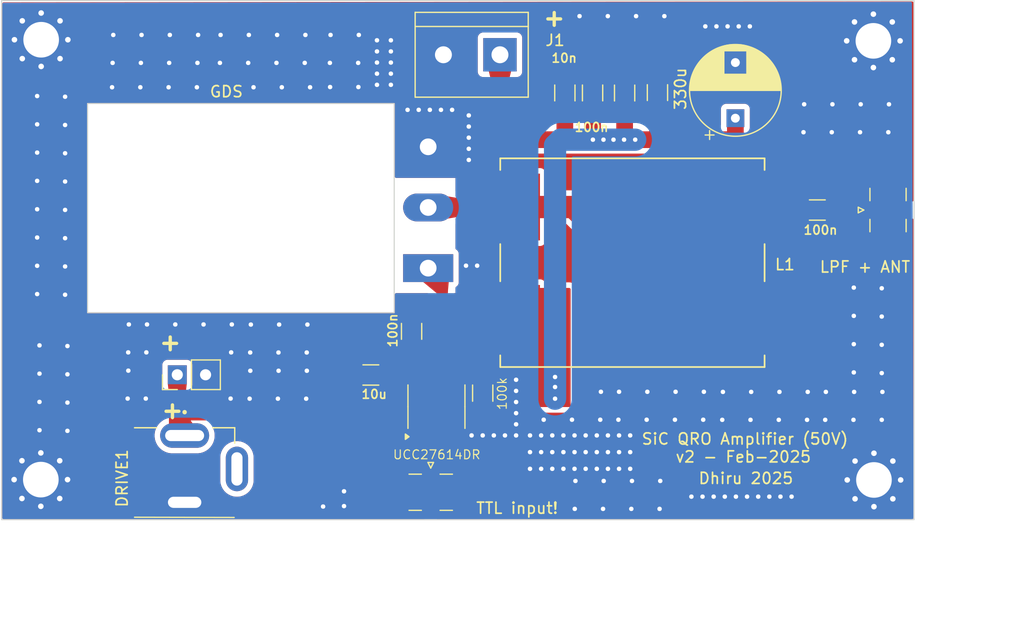
<source format=kicad_pcb>
(kicad_pcb
	(version 20241228)
	(generator "pcbnew")
	(generator_version "9.0")
	(general
		(thickness 1.6)
		(legacy_teardrops no)
	)
	(paper "User" 299.999 299.999)
	(layers
		(0 "F.Cu" signal)
		(2 "B.Cu" signal)
		(9 "F.Adhes" user "F.Adhesive")
		(13 "F.Paste" user)
		(5 "F.SilkS" user "F.Silkscreen")
		(1 "F.Mask" user)
		(3 "B.Mask" user)
		(17 "Dwgs.User" user "User.Drawings")
		(19 "Cmts.User" user "User.Comments")
		(21 "Eco1.User" user "User.Eco1")
		(23 "Eco2.User" user "User.Eco2")
		(25 "Edge.Cuts" user)
		(27 "Margin" user)
		(31 "F.CrtYd" user "F.Courtyard")
		(29 "B.CrtYd" user "B.Courtyard")
		(35 "F.Fab" user)
	)
	(setup
		(pad_to_mask_clearance 0)
		(allow_soldermask_bridges_in_footprints no)
		(tenting front back)
		(pcbplotparams
			(layerselection 0x55555555_57575573)
			(plot_on_all_layers_selection 0x00000000_00000000)
			(disableapertmacros no)
			(usegerberextensions no)
			(usegerberattributes yes)
			(usegerberadvancedattributes yes)
			(creategerberjobfile yes)
			(dashed_line_dash_ratio 12.000000)
			(dashed_line_gap_ratio 3.000000)
			(svgprecision 6)
			(plotframeref no)
			(mode 1)
			(useauxorigin no)
			(hpglpennumber 1)
			(hpglpenspeed 20)
			(hpglpendiameter 15.000000)
			(pdf_front_fp_property_popups yes)
			(pdf_back_fp_property_popups yes)
			(pdf_metadata yes)
			(pdf_single_document no)
			(dxfpolygonmode yes)
			(dxfimperialunits yes)
			(dxfusepcbnewfont yes)
			(psnegative no)
			(psa4output no)
			(plotinvisibletext no)
			(sketchpadsonfab no)
			(plotpadnumbers no)
			(hidednponfab no)
			(sketchdnponfab yes)
			(crossoutdnponfab yes)
			(subtractmaskfromsilk no)
			(outputformat 4)
			(mirror no)
			(drillshape 2)
			(scaleselection 1)
			(outputdirectory "plots/")
		)
	)
	(net 0 "")
	(net 1 "GND")
	(net 2 "Net-(Q1-G)")
	(net 3 "/DRAIN")
	(net 4 "Net-(RF_OUT1-In)")
	(net 5 "9V")
	(net 6 "Net-(C3-Pad2)")
	(net 7 "+VDC")
	(net 8 "unconnected-(DRIVE1-Pad3)")
	(net 9 "Net-(RF_IN1-In)")
	(footprint "Capacitor_SMD:C_1206_3216Metric_Pad1.33x1.80mm_HandSolder" (layer "F.Cu") (at 194.25 70.9875 90))
	(pad "2" smd roundrect
		(at 1.5625 0 90)
		(size 1.325 1.8)
		(layers "F.Cu" "F.Mask" "F.Paste")
		(roundrect_rratio 0.188679)
		(net 1 "GND")
		(pintype "passive")
		(teardrops
			(best_length_ratio 0.5)
			(max_length 1)
			(best_width_ratio 1)
			(max_width 2)
			(curved_edges no)filter_ratio 0.9)
		(enabled yes)
		(allow_two_segments yes)
		(prefer_zone_connections yes)
	)
	(uuid "8f4ccdde-bc2a-4284-ac0c-4d39569bc160")
)
(embedded_fonts no)
(model "${KICAD8_3DMODEL_DIR}/Capacitor_SMD.3dshapes/C_1206_3216Metric.wrl"
	(offset
		(xyz 0 0 0)
	)
	(scale
		(xyz 1 1 1)
	)
	(rotate
		(xyz 0 0 0)
	)
)
)
(footprint "MountingHole:MountingHole_3.2mm_M3_Pad_Via" (layer "F.Cu") (at 141.8 105.72))
(pad "1" thru_hole circle
	(at -1.697056 -1.697056)
	(size 0.8 0.8)
	(drill 0.5)
	(layers "*.Cu" "*.Mask")
	(remove_unused_layers no)
	(net 1 "GND")
	(pinfunction "1")
	(pintype "input")
	(teardrops
		(best_length_ratio 0.5)
		(max_length 1)
		(best_width_ratio 1)
		(max_width 2)
		(curved_edges no)filter_ratio 0.9)
	(enabled yes)
	(allow_two_segments yes)
	(prefer_zone_connections yes)
)
(uuid "3d93a69e-17a7-4894-87d4-d0505128326d")
)
(pad "1" thru_hole circle
	(at -1.697056 1.697056)
	(size 0.8 0.8)
	(drill 0.5)
	(layers "*.Cu" "*.Mask")
	(remove_unused_layers no)
	(net 1 "GND")
	(pinfunction "1")
	(pintype "input")
	(teardrops
		(best_length_ratio 0.5)
		(max_length 1)
		(best_width_ratio 1)
		(max_width 2)
		(curved_edges no)filter_ratio 0.9)
	(enabled yes)
	(allow_two_segments yes)
	(prefer_zone_connections yes)
)
(uuid "a65d2c22-7a5f-4ada-b71a-41ac101d9f9e")
)
(pad "1" thru_hole circle
	(at 0 -2.4)
	(size 0.8 0.8)
	(drill 0.5)
	(layers "*.Cu" "*.Mask")
	(remove_unused_layers no)
	(net 1 "GND")
	(pinfunction "1")
	(pintype "input")
	(teardrops
		(best_length_ratio 0.5)
		(max_length 1)
		(best_width_ratio 1)
		(max_width 2)
		(curved_edges no)filter_ratio 0.9)
	(enabled yes)
	(allow_two_segments yes)
	(prefer_zone_connections yes)
)
(uuid "5c10514b-0cc1-44e3-ac70-b0e8640851d5")
)
(pad "1" thru_hole circle
	(at 0 0)
	(size 6.4 6.4)
	(drill 3.2)
	(layers "*.Cu" "*.Mask")
	(remove_unused_layers no)
	(net 1 "GND")
	(pinfunction "1")
	(pintype "input")
	(teardrops
		(best_length_ratio 0.5)
		(max_length 1)
		(best_width_ratio 1)
		(max_width 2)
		(curved_edges no)filter_ratio 0.9)
	(enabled yes)
	(allow_two_segments yes)
	(prefer_zone_connections yes)
)
(uuid "9f394d93-846a-4d34-81ea-1f47cfc01dc4")
)
(pad "1" thru_hole circle
	(at 0 2.4)
	(size 0.8 0.8)
	(drill 0.5)
	(layers "*.Cu" "*.Mask")
	(remove_unused_layers no)
	(net 1 "GND")
	(pinfunction "1")
	(pintype "input")
	(teardrops
		(best_length_ratio 0.5)
		(max_length 1)
		(best_width_ratio 1)
		(max_width 2)
		(curved_edges no)filter_ratio 0.9)
	(enabled yes)
	(allow_two_segments yes)
	(prefer_zone_connections yes)
)
(uuid "722f47ed-1615-4af4-9085-35c9d3f0a744")
)
(pad "1" thru_hole circle
	(at 1.697056 -1.697056)
	(size 0.8 0.8)
	(drill 0.5)
	(layers "*.Cu" "*.Mask")
	(remove_unused_layers no)
	(net 1 "GND")
	(pinfunction "1")
	(pintype "input")
	(teardrops
		(best_length_ratio 0.5)
		(max_length 1)
		(best_width_ratio 1)
		(max_width 2)
		(curved_edges no)filter_ratio 0.9)
	(enabled yes)
	(allow_two_segments yes)
	(prefer_zone_connections yes)
)
(uuid "47ca5ed2-031c-4a0e-92d2-27a3efef4ca2")
)
(pad "1" thru_hole circle
	(at 1.697056 1.697056)
	(size 0.8 0.8)
	(drill 0.5)
	(layers "*.Cu" "*.Mask")
	(remove_unused_layers no)
	(net 1 "GND")
	(pinfunction "1")
	(pintype "input")
	(teardrops
		(best_length_ratio 0.5)
		(max_length 1)
		(best_width_ratio 1)
		(max_width 2)
		(curved_edges no)filter_ratio 0.9)
	(enabled yes)
	(allow_two_segments yes)
	(prefer_zone_connections yes)
)
(uuid "33c1d43f-13a4-4446-bb4f-c834ff6513f0")
)
(pad "1" thru_hole circle
	(at 2.4 0)
	(size 0.8 0.8)
	(drill 0.5)
	(layers "*.Cu" "*.Mask")
	(remove_unused_layers no)
	(net 1 "GND")
	(pinfunction "1")
	(pintype "input")
	(teardrops
		(best_length_ratio 0.5)
		(max_length 1)
		(best_width_ratio 1)
		(max_width 2)
		(curved_edges no)filter_ratio 0.9)
	(enabled yes)
	(allow_two_segments yes)
	(prefer_zone_connections yes)
)
(uuid "8090bd3e-c31f-45fe-a30b-4e08b76ceb9d")
)
(embedded_fonts no)
)
(footprint "Connector_Coaxial:SMA_Samtec_SMA-J-P-H-ST-EM1_EdgeMount" (layer "F.Cu") (at 218 81.5))
(pad "2" smd roundrect
	(at -0.25 -2.825 90)
	(size 1.35 3.7)
	(layers "F.Cu" "F.Mask")
	(roundrect_rratio 0.1851851852)
	(net 1 "GND")
	(pinfunction "Ext")
	(pintype "passive")
	(teardrops
		(best_length_ratio 0.5)
		(max_length 1)
		(best_width_ratio 1)
		(max_width 2)
		(curved_edges no)filter_ratio 0.9)
	(enabled yes)
	(allow_two_segments yes)
	(prefer_zone_connections yes)
)
(uuid "6d65885a-19a0-4f23-985b-6268c4a7b3ed")
)
(pad "2" smd roundrect
	(at -0.25 -2.825 90)
	(size 1.35 3.7)
	(layers "B.Cu" "B.Mask")
	(roundrect_rratio 0.1851851852)
	(net 1 "GND")
	(pinfunction "Ext")
	(pintype "passive")
	(teardrops
		(best_length_ratio 0.5)
		(max_length 1)
		(best_width_ratio 1)
		(max_width 2)
		(curved_edges no)filter_ratio 0.9)
	(enabled yes)
	(allow_two_segments yes)
	(prefer_zone_connections yes)
)
(uuid "af10cd93-6abe-4e4f-8ca1-d1d052992786")
)
(pad "2" smd roundrect
	(at -0.25 2.825 90)
	(size 1.35 3.7)
	(layers "F.Cu" "F.Mask")
	(roundrect_rratio 0.1851851852)
	(net 1 "GND")
	(pinfunction "Ext")
	(pintype "passive")
	(teardrops
		(best_length_ratio 0.5)
		(max_length 1)
		(best_width_ratio 1)
		(max_width 2)
		(curved_edges no)filter_ratio 0.9)
	(enabled yes)
	(allow_two_segments yes)
	(prefer_zone_connections yes)
)
(uuid "2bfa9498-7ac3-47b3-9a85-5feec7073db4")
)
(pad "2" smd roundrect
	(at -0.25 2.825 90)
	(size 1.35 3.7)
	(layers "B.Cu" "B.Mask")
	(roundrect_rratio 0.1851851852)
	(net 1 "GND")
	(pinfunction "Ext")
	(pintype "passive")
	(teardrops
		(best_length_ratio 0.5)
		(max_length 1)
		(best_width_ratio 1)
		(max_width 2)
		(curved_edges no)filter_ratio 0.9)
	(enabled yes)
	(allow_two_segments yes)
	(prefer_zone_connections yes)
)
(uuid "622d2af8-92ec-47c7-8635-8b53485e3f92")
)
(embedded_fonts no)
(model "${KICAD8_3DMODEL_DIR}/Connector_Coaxial.3dshapes/SMA_Samtec_SMA-J-P-H-ST-EM1_EdgeMount.wrl"
	(offset
		(xyz 0 0 0)
	)
	(scale
		(xyz 1 1 1)
	)
	(rotate
		(xyz 0 0 0)
	)
)
)
(footprint "Capacitor_SMD:C_1206_3216Metric_Pad1.33x1.80mm_HandSolder" (layer "F.Cu") (at 171.45 96.32))
(pad "2" smd roundrect
	(at 1.5625 0)
	(size 1.325 1.8)
	(layers "F.Cu" "F.Mask" "F.Paste")
	(roundrect_rratio 0.1886792453)
	(net 1 "GND")
	(pintype "passive")
	(teardrops
		(best_length_ratio 0.5)
		(max_length 1)
		(best_width_ratio 1)
		(max_width 2)
		(curved_edges no)filter_ratio 0.9)
	(enabled yes)
	(allow_two_segments yes)
	(prefer_zone_connections yes)
)
(uuid "28b2ceb6-c0f5-4859-b81e-6b723efdff65")
)
(embedded_fonts no)
(model "${KICAD8_3DMODEL_DIR}/Capacitor_SMD.3dshapes/C_1206_3216Metric.wrl"
	(offset
		(xyz 0 0 0)
	)
	(scale
		(xyz 1 1 1)
	)
	(rotate
		(xyz 0 0 0)
	)
)
)
(footprint "Capacitor_SMD:C_1206_3216Metric_Pad1.33x1.80mm_HandSolder" (layer "F.Cu") (at 175.11 92.4 90))
(pad "2" smd roundrect
	(at 1.5625 0 90)
	(size 1.325 1.8)
	(layers "F.Cu" "F.Mask" "F.Paste")
	(roundrect_rratio 0.1886792453)
	(net 1 "GND")
	(pintype "passive")
	(teardrops
		(best_length_ratio 0.5)
		(max_length 1)
		(best_width_ratio 1)
		(max_width 2)
		(curved_edges no)filter_ratio 0.9)
	(enabled yes)
	(allow_two_segments yes)
	(prefer_zone_connections yes)
)
(uuid "43095db0-fa87-4eb8-95c3-023775242202")
)
(embedded_fonts no)
(model "${KICAD6_3DMODEL_DIR}/Capacitor_SMD.3dshapes/C_1206_3216Metric.wrl"
	(offset
		(xyz 0 0 0)
	)
	(scale
		(xyz 1 1 1)
	)
	(rotate
		(xyz 0 0 0)
	)
)
)
(footprint "MountingHole:MountingHole_3.2mm_M3_Pad_Via" (layer "F.Cu") (at 216.65 105.75))
(pad "1" thru_hole circle
	(at -1.697056 -1.697056)
	(size 0.8 0.8)
	(drill 0.5)
	(layers "*.Cu" "*.Mask")
	(remove_unused_layers no)
	(net 1 "GND")
	(pinfunction "1")
	(pintype "input")
	(teardrops
		(best_length_ratio 0.5)
		(max_length 1)
		(best_width_ratio 1)
		(max_width 2)
		(curved_edges no)filter_ratio 0.9)
	(enabled yes)
	(allow_two_segments yes)
	(prefer_zone_connections yes)
)
(uuid "8bffac49-57c8-4c8e-8c10-fcef997d9777")
)
(pad "1" thru_hole circle
	(at -1.697056 1.697056)
	(size 0.8 0.8)
	(drill 0.5)
	(layers "*.Cu" "*.Mask")
	(remove_unused_layers no)
	(net 1 "GND")
	(pinfunction "1")
	(pintype "input")
	(teardrops
		(best_length_ratio 0.5)
		(max_length 1)
		(best_width_ratio 1)
		(max_width 2)
		(curved_edges no)filter_ratio 0.9)
	(enabled yes)
	(allow_two_segments yes)
	(prefer_zone_connections yes)
)
(uuid "7f2f5cf0-0e3f-49a0-a2fe-153766bccd44")
)
(pad "1" thru_hole circle
	(at 0 -2.4)
	(size 0.8 0.8)
	(drill 0.5)
	(layers "*.Cu" "*.Mask")
	(remove_unused_layers no)
	(net 1 "GND")
	(pinfunction "1")
	(pintype "input")
	(teardrops
		(best_length_ratio 0.5)
		(max_length 1)
		(best_width_ratio 1)
		(max_width 2)
		(curved_edges no)filter_ratio 0.9)
	(enabled yes)
	(allow_two_segments yes)
	(prefer_zone_connections yes)
)
(uuid "5900c2d5-e080-428c-ae2a-fe88fe354532")
)
(pad "1" thru_hole circle
	(at 0 0)
	(size 6.4 6.4)
	(drill 3.2)
	(layers "*.Cu" "*.Mask")
	(remove_unused_layers no)
	(net 1 "GND")
	(pinfunction "1")
	(pintype "input")
	(teardrops
		(best_length_ratio 0.5)
		(max_length 1)
		(best_width_ratio 1)
		(max_width 2)
		(curved_edges no)filter_ratio 0.9)
	(enabled yes)
	(allow_two_segments yes)
	(prefer_zone_connections yes)
)
(uuid "fa97407a-54a7-408b-9949-2d450df01ee0")
)
(pad "1" thru_hole circle
	(at 0 2.4)
	(size 0.8 0.8)
	(drill 0.5)
	(layers "*.Cu" "*.Mask")
	(remove_unused_layers no)
	(net 1 "GND")
	(pinfunction "1")
	(pintype "input")
	(teardrops
		(best_length_ratio 0.5)
		(max_length 1)
		(best_width_ratio 1)
		(max_width 2)
		(curved_edges no)filter_ratio 0.9)
	(enabled yes)
	(allow_two_segments yes)
	(prefer_zone_connections yes)
)
(uuid "76223e99-417e-488a-baa9-a2e21fd8b5fb")
)
(pad "1" thru_hole circle
	(at 1.697056 -1.697056)
	(size 0.8 0.8)
	(drill 0.5)
	(layers "*.Cu" "*.Mask")
	(remove_unused_layers no)
	(net 1 "GND")
	(pinfunction "1")
	(pintype "input")
	(teardrops
		(best_length_ratio 0.5)
		(max_length 1)
		(best_width_ratio 1)
		(max_width 2)
		(curved_edges no)filter_ratio 0.9)
	(enabled yes)
	(allow_two_segments yes)
	(prefer_zone_connections yes)
)
(uuid "cced25d0-bd41-441c-b65e-800f172e5238")
)
(pad "1" thru_hole circle
	(at 1.697056 1.697056)
	(size 0.8 0.8)
	(drill 0.5)
	(layers "*.Cu" "*.Mask")
	(remove_unused_layers no)
	(net 1 "GND")
	(pinfunction "1")
	(pintype "input")
	(teardrops
		(best_length_ratio 0.5)
		(max_length 1)
		(best_width_ratio 1)
		(max_width 2)
		(curved_edges no)filter_ratio 0.9)
	(enabled yes)
	(allow_two_segments yes)
	(prefer_zone_connections yes)
)
(uuid "024490a2-5e52-4be0-94de-9e64c7bf4d3a")
)
(pad "1" thru_hole circle
	(at 2.4 0)
	(size 0.8 0.8)
	(drill 0.5)
	(layers "*.Cu" "*.Mask")
	(remove_unused_layers no)
	(net 1 "GND")
	(pinfunction "1")
	(pintype "input")
	(teardrops
		(best_length_ratio 0.5)
		(max_length 1)
		(best_width_ratio 1)
		(max_width 2)
		(curved_edges no)filter_ratio 0.9)
	(enabled yes)
	(allow_two_segments yes)
	(prefer_zone_connections yes)
)
(uuid "d2545210-ecdf-4d72-89d5-a00984a5ce4a")
)
(embedded_fonts no)
)
(footprint "Connector_Coaxial:SMA_Samtec_SMA-J-P-H-ST-EM1_EdgeMount" (layer "F.Cu") (at 176.83 106.94 -90))
(pad "2" smd roundrect
	(at -0.25 -2.825)
	(size 1.35 3.7)
	(layers "F.Cu" "F.Mask")
	(roundrect_rratio 0.1851851852)
	(net 1 "GND")
	(pinfunction "Ext")
	(pintype "passive")
	(teardrops
		(best_length_ratio 0.5)
		(max_length 1)
		(best_width_ratio 1)
		(max_width 2)
		(curved_edges no)filter_ratio 0.9)
	(enabled yes)
	(allow_two_segments yes)
	(prefer_zone_connections yes)
)
(uuid "01669e0d-568a-4474-9dd9-23d0b9e040c3")
)
(pad "2" smd roundrect
	(at -0.25 -2.825)
	(size 1.35 3.7)
	(layers "B.Cu" "B.Mask")
	(roundrect_rratio 0.1851851852)
	(net 1 "GND")
	(pinfunction "Ext")
	(pintype "passive")
	(teardrops
		(best_length_ratio 0.5)
		(max_length 1)
		(best_width_ratio 1)
		(max_width 2)
		(curved_edges no)filter_ratio 0.9)
	(enabled yes)
	(allow_two_segments yes)
	(prefer_zone_connections yes)
)
(uuid "e9e7e060-9fe9-499b-8bba-802e23e2322c")
)
(pad "2" smd roundrect
	(at -0.25 2.825)
	(size 1.35 3.7)
	(layers "F.Cu" "F.Mask")
	(roundrect_rratio 0.1851851852)
	(net 1 "GND")
	(pinfunction "Ext")
	(pintype "passive")
	(teardrops
		(best_length_ratio 0.5)
		(max_length 1)
		(best_width_ratio 1)
		(max_width 2)
		(curved_edges no)filter_ratio 0.9)
	(enabled yes)
	(allow_two_segments yes)
	(prefer_zone_connections yes)
)
(uuid "62f25257-96d6-4853-af81-888ae554d71f")
)
(pad "2" smd roundrect
	(at -0.25 2.825)
	(size 1.35 3.7)
	(layers "B.Cu" "B.Mask")
	(roundrect_rratio 0.1851851852)
	(net 1 "GND")
	(pinfunction "Ext")
	(pintype "passive")
	(teardrops
		(best_length_ratio 0.5)
		(max_length 1)
		(best_width_ratio 1)
		(max_width 2)
		(curved_edges no)filter_ratio 0.9)
	(enabled yes)
	(allow_two_segments yes)
	(prefer_zone_connections yes)
)
(uuid "92e0e7ab-033a-497e-ba3d-bb6bd4f583f0")
)
(embedded_fonts no)
(model "${KICAD8_3DMODEL_DIR}/Connector_Coaxial.3dshapes/SMA_Samtec_SMA-J-P-H-ST-EM1_EdgeMount.wrl"
	(offset
		(xyz 0 0 0)
	)
	(scale
		(xyz 1 1 1)
	)
	(rotate
		(xyz 0 0 0)
	)
)
)
(footprint "footprints:TO-247-3_Horizontal_TabDown_Modded" (layer "F.Cu") (at 176.6 86.72 90))
(pad "2" thru_hole oval
	(at 5.45 0 90)
	(size 2.5 4.5)
	(drill 1.5)
	(layers "*.Cu" "*.Mask")
	(remove_unused_layers no)
	(net 3 "/DRAIN")
	(pinfunction "D")
	(pintype "passive")
	(teardrops
		(best_length_ratio 0.5)
		(max_length 1)
		(best_width_ratio 1)
		(max_width 2)
		(curved_edges no)filter_ratio 0.9)
	(enabled yes)
	(allow_two_segments yes)
	(prefer_zone_connections yes)
)
(uuid "528bb8a8-f9b5-404b-84d4-0705bf9dc296")
)
(pad "3" thru_hole oval
	(at 10.9 0 90)
	(size 2.5 4.5)
	(drill 1.5)
	(layers "*.Cu" "*.Mask")
	(remove_unused_layers no)
	(net 1 "GND")
	(pinfunction "S")
	(pintype "passive")
	(zone_connect 2)
	(teardrops
		(best_length_ratio 0.5)
		(max_length 1)
		(best_width_ratio 1)
		(max_width 2)
		(curved_edges no)filter_ratio 0.9)
	(enabled yes)
	(allow_two_segments yes)
	(prefer_zone_connections yes)
)
(uuid "62945333-87a3-4691-87d5-fc00bd4c2409")
)
(embedded_fonts no)
(model "${KICAD9_3DMODEL_DIR}/Package_TO_SOT_THT.3dshapes/TO-247-3_Vertical.step"
	(offset
		(xyz 0 0 -3)
	)
	(scale
		(xyz 1 1 1)
	)
	(rotate
		(xyz 90 -0 -0)
	)
)
)
(footprint "Capacitor_SMD:C_1206_3216Metric_Pad1.33x1.80mm_HandSolder" (layer "F.Cu") (at 211.5625 81.5 180))
(pad "2" smd roundrect
	(at 1.5625 0 180)
	(size 1.325 1.8)
	(layers "F.Cu" "F.Mask" "F.Paste")
	(roundrect_rratio 0.1886792453)
	(net 6 "Net-(C3-Pad2)")
	(pintype "passive")
	(teardrops
		(best_length_ratio 0.5)
		(max_length 1)
		(best_width_ratio 1)
		(max_width 2)
		(curved_edges no)filter_ratio 0.9)
	(enabled yes)
	(allow_two_segments yes)
	(prefer_zone_connections yes)
)
(uuid "4734b57b-533d-4445-abe5-ae0d82475e73")
)
(embedded_fonts no)
(model "${KICAD6_3DMODEL_DIR}/Capacitor_SMD.3dshapes/C_1206_3216Metric.wrl"
	(offset
		(xyz 0 0 0)
	)
	(scale
		(xyz 1 1 1)
	)
	(rotate
		(xyz 0 0 0)
	)
)
)
(footprint "Capacitor_THT:CP_Radial_D8.0mm_P5.00mm" (layer "F.Cu") (at 204.2 73.25 90))
(pad "2" thru_hole circle
	(at 5 0 90)
	(size 1.6 1.6)
	(drill 0.8)
	(layers "*.Cu" "*.Mask")
	(remove_unused_layers no)
	(net 1 "GND")
	(pintype "passive")
	(teardrops
		(best_length_ratio 0.5)
		(max_length 1)
		(best_width_ratio 1)
		(max_width 2)
		(curved_edges no)filter_ratio 0.9)
	(enabled yes)
	(allow_two_segments yes)
	(prefer_zone_connections yes)
)
(uuid "070ae849-1980-4c3d-a6c2-42333b88cf03")
)
(embedded_fonts no)
(model "${KICAD8_3DMODEL_DIR}/Capacitor_THT.3dshapes/CP_Radial_D8.0mm_P5.00mm.wrl"
	(offset
		(xyz 0 0 0)
	)
	(scale
		(xyz 1 1 1)
	)
	(rotate
		(xyz 0 0 0)
	)
)
)
(footprint "footprints:XKB_DC-005-5A-2.0_Modded" (layer "F.Cu") (at 154.72 107.76 90))
(pad "2" thru_hole oval
	(at 0 0 90)
	(size 2 4)
	(drill oval 1 3)
	(layers "*.Cu" "*.Mask")
	(remove_unused_layers no)
	(net 1 "GND")
	(pintype "passive")
	(teardrops
		(best_length_ratio 0.5)
		(max_length 1)
		(best_width_ratio 1)
		(max_width 2)
		(curved_edges no)filter_ratio 0.9)
	(enabled yes)
	(allow_two_segments yes)
	(prefer_zone_connections yes)
)
(uuid "67c588cd-7e20-4029-93fc-12ec9d9e2417")
)
(pad "3" thru_hole oval
	(at 3 4.7 90)
	(size 4 2)
	(drill oval 3 1)
	(layers "*.Cu" "*.Mask")
	(remove_unused_layers no)
	(net 8 "unconnected-(DRIVE1-Pad3)")
	(pintype "passive+no_connect")
	(teardrops
		(best_length_ratio 0.5)
		(max_length 1)
		(best_width_ratio 1)
		(max_width 2)
		(curved_edges no)filter_ratio 0.9)
	(enabled yes)
	(allow_two_segments yes)
	(prefer_zone_connections yes)
)
(uuid "4a182554-3ca9-4e80-9558-5ba2f23a12cd")
)
(embedded_fonts no)
(model "${KIPRJMOD}/models/DC-005-5A-2.0.step"
	(offset
		(xyz -7.5 0 4)
	)
	(scale
		(xyz 1 1 1)
	)
	(rotate
		(xyz 90 -180 -90)
	)
)
)
(footprint "MountingHole:MountingHole_3.2mm_M3_Pad_Via" (layer "F.Cu") (at 141.83 66.2))
(pad "1" thru_hole circle
	(at -1.697056 -1.697056)
	(size 0.8 0.8)
	(drill 0.5)
	(layers "*.Cu" "*.Mask")
	(remove_unused_layers no)
	(net 1 "GND")
	(pinfunction "1")
	(pintype "input")
	(teardrops
		(best_length_ratio 0.5)
		(max_length 1)
		(best_width_ratio 1)
		(max_width 2)
		(curved_edges no)filter_ratio 0.9)
	(enabled yes)
	(allow_two_segments yes)
	(prefer_zone_connections yes)
)
(uuid "0aabd713-9a44-41a3-8b73-b256ca0206d2")
)
(pad "1" thru_hole circle
	(at -1.697056 1.697056)
	(size 0.8 0.8)
	(drill 0.5)
	(layers "*.Cu" "*.Mask")
	(remove_unused_layers no)
	(net 1 "GND")
	(pinfunction "1")
	(pintype "input")
	(teardrops
		(best_length_ratio 0.5)
		(max_length 1)
		(best_width_ratio 1)
		(max_width 2)
		(curved_edges no)filter_ratio 0.9)
	(enabled yes)
	(allow_two_segments yes)
	(prefer_zone_connections yes)
)
(uuid "87ceaefd-ac05-415a-85aa-8f29331abf56")
)
(pad "1" thru_hole circle
	(at 0 -2.4)
	(size 0.8 0.8)
	(drill 0.5)
	(layers "*.Cu" "*.Mask")
	(remove_unused_layers no)
	(net 1 "GND")
	(pinfunction "1")
	(pintype "input")
	(teardrops
		(best_length_ratio 0.5)
		(max_length 1)
		(best_width_ratio 1)
		(max_width 2)
		(curved_edges no)filter_ratio 0.9)
	(enabled yes)
	(allow_two_segments yes)
	(prefer_zone_connections yes)
)
(uuid "9f973fec-86c8-4c61-9cb9-d3ed10d4fecf")
)
(pad "1" thru_hole circle
	(at 0 0)
	(size 6.4 6.4)
	(drill 3.2)
	(layers "*.Cu" "*.Mask")
	(remove_unused_layers no)
	(net 1 "GND")
	(pinfunction "1")
	(pintype "input")
	(teardrops
		(best_length_ratio 0.5)
		(max_length 1)
		(best_width_ratio 1)
		(max_width 2)
		(curved_edges no)filter_ratio 0.9)
	(enabled yes)
	(allow_two_segments yes)
	(prefer_zone_connections yes)
)
(uuid "6d5352aa-b290-4dad-a2bd-0b7f1b05872e")
)
(pad "1" thru_hole circle
	(at 0 2.4)
	(size 0.8 0.8)
	(drill 0.5)
	(layers "*.Cu" "*.Mask")
	(remove_unused_layers no)
	(net 1 "GND")
	(pinfunction "1")
	(pintype "input")
	(teardrops
		(best_length_ratio 0.5)
		(max_length 1)
		(best_width_ratio 1)
		(max_width 2)
		(curved_edges no)filter_ratio 0.9)
	(enabled yes)
	(allow_two_segments yes)
	(prefer_zone_connections yes)
)
(uuid "c1103cf9-95e7-4a40-895f-1cb4c8a8dc4b")
)
(pad "1" thru_hole circle
	(at 1.697056 -1.697056)
	(size 0.8 0.8)
	(drill 0.5)
	(layers "*.Cu" "*.Mask")
	(remove_unused_layers no)
	(net 1 "GND")
	(pinfunction "1")
	(pintype "input")
	(teardrops
		(best_length_ratio 0.5)
		(max_length 1)
		(best_width_ratio 1)
		(max_width 2)
		(curved_edges no)filter_ratio 0.9)
	(enabled yes)
	(allow_two_segments yes)
	(prefer_zone_connections yes)
)
(uuid "3a680a4a-f8d7-4418-bec4-7122e435d49a")
)
(pad "1" thru_hole circle
	(at 1.697056 1.697056)
	(size 0.8 0.8)
	(drill 0.5)
	(layers "*.Cu" "*.Mask")
	(remove_unused_layers no)
	(net 1 "GND")
	(pinfunction "1")
	(pintype "input")
	(teardrops
		(best_length_ratio 0.5)
		(max_length 1)
		(best_width_ratio 1)
		(max_width 2)
		(curved_edges no)filter_ratio 0.9)
	(enabled yes)
	(allow_two_segments yes)
	(prefer_zone_connections yes)
)
(uuid "b56ae8db-86c8-4c28-abbc-bc45b8cc2557")
)
(pad "1" thru_hole circle
	(at 2.4 0)
	(size 0.8 0.8)
	(drill 0.5)
	(layers "*.Cu" "*.Mask")
	(remove_unused_layers no)
	(net 1 "GND")
	(pinfunction "1")
	(pintype "input")
	(teardrops
		(best_length_ratio 0.5)
		(max_length 1)
		(best_width_ratio 1)
		(max_width 2)
		(curved_edges no)filter_ratio 0.9)
	(enabled yes)
	(allow_two_segments yes)
	(prefer_zone_connections yes)
)
(uuid "ad01a6cd-0425-4906-99c5-e6246da59b6a")
)
(embedded_fonts no)
)
(footprint "Capacitor_SMD:C_1206_3216Metric_Pad1.33x1.80mm_HandSolder" (layer "F.Cu") (at 191.37 70.98 90))
(pad "2" smd roundrect
	(at 1.5625 0 90)
	(size 1.325 1.8)
	(layers "F.Cu" "F.Mask" "F.Paste")
	(roundrect_rratio 0.1886792453)
	(net 1 "GND")
	(pintype "passive")
	(teardrops
		(best_length_ratio 0.5)
		(max_length 1)
		(best_width_ratio 1)
		(max_width 2)
		(curved_edges no)filter_ratio 0.9)
	(enabled yes)
	(allow_two_segments yes)
	(prefer_zone_connections yes)
)
(uuid "4b90a6fe-f368-48fb-94c7-4fd6dfe69626")
)
(embedded_fonts no)
(model "${KICAD6_3DMODEL_DIR}/Capacitor_SMD.3dshapes/C_1206_3216Metric.wrl"
	(offset
		(xyz 0 0 0)
	)
	(scale
		(xyz 1 1 1)
	)
	(rotate
		(xyz 0 0 0)
	)
)
)
(footprint "TerminalBlock:TerminalBlock_bornier-2_P5.08mm" (layer "F.Cu") (at 183.05 67.55 180))
(pad "2" thru_hole circle
	(at 5.08 0 180)
	(size 3 3)
	(drill 1.52)
	(layers "*.Cu" "*.Mask")
	(remove_unused_layers no)
	(net 1 "GND")
	(pinfunction "Pin_2")
	(pintype "passive")
	(teardrops
		(best_length_ratio 0.5)
		(max_length 1)
		(best_width_ratio 1)
		(max_width 2)
		(curved_edges no)filter_ratio 0.9)
	(enabled yes)
	(allow_two_segments yes)
	(prefer_zone_connections yes)
)
(uuid "12b53480-8fcb-475b-84e8-f156cdb2a959")
)
(embedded_fonts no)
(model "${KICAD9_3DMODEL_DIR}/TerminalBlock_Phoenix.3dshapes/TerminalBlock_Phoenix_MKDS-1,5-2-5.08_1x02_P5.08mm_Horizontal.wrl"
	(offset
		(xyz 0 0 0)
	)
	(scale
		(xyz 1 1 1)
	)
	(rotate
		(xyz 0 0 0)
	)
)
)
(footprint "Capacitor_SMD:C_1206_3216Metric_Pad1.33x1.80mm_HandSolder" (layer "F.Cu") (at 188.88 70.98 90))
(pad "2" smd roundrect
	(at 1.5625 0 90)
	(size 1.325 1.8)
	(layers "F.Cu" "F.Mask" "F.Paste")
	(roundrect_rratio 0.1886792453)
	(net 1 "GND")
	(pintype "passive")
	(teardrops
		(best_length_ratio 0.5)
		(max_length 1)
		(best_width_ratio 1)
		(max_width 2)
		(curved_edges no)filter_ratio 0.9)
	(enabled yes)
	(allow_two_segments yes)
	(prefer_zone_connections yes)
)
(uuid "d622bac0-4055-4c73-8064-cf27a2f4a79d")
)
(embedded_fonts no)
(model "${KICAD8_3DMODEL_DIR}/Capacitor_SMD.3dshapes/C_1206_3216Metric.wrl"
	(offset
		(xyz 0 0 0)
	)
	(scale
		(xyz 1 1 1)
	)
	(rotate
		(xyz 0 0 0)
	)
)
)
(footprint "MountingHole:MountingHole_3.2mm_M3_Pad_Via" (layer "F.Cu") (at 216.6 66.3))
(pad "1" thru_hole circle
	(at -1.697056 -1.697056)
	(size 0.8 0.8)
	(drill 0.5)
	(layers "*.Cu" "*.Mask")
	(remove_unused_layers no)
	(net 1 "GND")
	(pinfunction "1")
	(pintype "input")
	(teardrops
		(best_length_ratio 0.5)
		(max_length 1)
		(best_width_ratio 1)
		(max_width 2)
		(curved_edges no)filter_ratio 0.9)
	(enabled yes)
	(allow_two_segments yes)
	(prefer_zone_connections yes)
)
(uuid "d7e9afd5-0c38-471a-8d80-b9e0caf2e87c")
)
(pad "1" thru_hole circle
	(at -1.697056 1.697056)
	(size 0.8 0.8)
	(drill 0.5)
	(layers "*.Cu" "*.Mask")
	(remove_unused_layers no)
	(net 1 "GND")
	(pinfunction "1")
	(pintype "input")
	(teardrops
		(best_length_ratio 0.5)
		(max_length 1)
		(best_width_ratio 1)
		(max_width 2)
		(curved_edges no)filter_ratio 0.9)
	(enabled yes)
	(allow_two_segments yes)
	(prefer_zone_connections yes)
)
(uuid "37702ce1-49a1-4953-b7b1-3f30a32feede")
)
(pad "1" thru_hole circle
	(at 0 -2.4)
	(size 0.8 0.8)
	(drill 0.5)
	(layers "*.Cu" "*.Mask")
	(remove_unused_layers no)
	(net 1 "GND")
	(pinfunction "1")
	(pintype "input")
	(teardrops
		(best_length_ratio 0.5)
		(max_length 1)
		(best_width_ratio 1)
		(max_width 2)
		(curved_edges no)filter_ratio 0.9)
	(enabled yes)
	(allow_two_segments yes)
	(prefer_zone_connections yes)
)
(uuid "241730b0-d452-477f-8cd5-f6d406970bab")
)
(pad "1" thru_hole circle
	(at 0 0)
	(size 6.4 6.4)
	(drill 3.2)
	(layers "*.Cu" "*.Mask")
	(remove_unused_layers no)
	(net 1 "GND")
	(pinfunction "1")
	(pintype "input")
	(teardrops
		(best_length_ratio 0.5)
		(max_length 1)
		(best_width_ratio 1)
		(max_width 2)
		(curved_edges no)filter_ratio 0.9)
	(enabled yes)
	(allow_two_segments yes)
	(prefer_zone_connections yes)
)
(uuid "7d885927-fe5f-4dbe-ba65-50128a6fb497")
)
(pad "1" thru_hole circle
	(at 0 2.4)
	(size 0.8 0.8)
	(drill 0.5)
	(layers "*.Cu" "*.Mask")
	(remove_unused_layers no)
	(net 1 "GND")
	(pinfunction "1")
	(pintype "input")
	(teardrops
		(best_length_ratio 0.5)
		(max_length 1)
		(best_width_ratio 1)
		(max_width 2)
		(curved_edges no)filter_ratio 0.9)
	(enabled yes)
	(allow_two_segments yes)
	(prefer_zone_connections yes)
)
(uuid "efd5a233-906b-4bb9-9800-3e7e93a1482f")
)
(pad "1" thru_hole circle
	(at 1.697056 -1.697056)
	(size 0.8 0.8)
	(drill 0.5)
	(layers "*.Cu" "*.Mask")
	(remove_unused_layers no)
	(net 1 "GND")
	(pinfunction "1")
	(pintype "input")
	(teardrops
		(best_length_ratio 0.5)
		(max_length 1)
		(best_width_ratio 1)
		(max_width 2)
		(curved_edges no)filter_ratio 0.9)
	(enabled yes)
	(allow_two_segments yes)
	(prefer_zone_connections yes)
)
(uuid "e24d8d4a-5a7d-4578-ad46-f8906aed401e")
)
(pad "1" thru_hole circle
	(at 1.697056 1.697056)
	(size 0.8 0.8)
	(drill 0.5)
	(layers "*.Cu" "*.Mask")
	(remove_unused_layers no)
	(net 1 "GND")
	(pinfunction "1")
	(pintype "input")
	(teardrops
		(best_length_ratio 0.5)
		(max_length 1)
		(best_width_ratio 1)
		(max_width 2)
		(curved_edges no)filter_ratio 0.9)
	(enabled yes)
	(allow_two_segments yes)
	(prefer_zone_connections yes)
)
(uuid "2bd410df-0e52-4f5e-9980-5482456cdb2b")
)
(pad "1" thru_hole circle
	(at 2.4 0)
	(size 0.8 0.8)
	(drill 0.5)
	(layers "*.Cu" "*.Mask")
	(remove_unused_layers no)
	(net 1 "GND")
	(pinfunction "1")
	(pintype "input")
	(teardrops
		(best_length_ratio 0.5)
		(max_length 1)
		(best_width_ratio 1)
		(max_width 2)
		(curved_edges no)filter_ratio 0.9)
	(enabled yes)
	(allow_two_segments yes)
	(prefer_zone_connections yes)
)
(uuid "34353cc2-1c80-424b-a08c-a987e257c032")
)
(embedded_fonts no)
)
(footprint "Package_SO:SOIC-8_3.9x4.9mm_P1.27mm" (layer "F.Cu") (at 177.345 99.165 90))
(pad "2" smd roundrect
	(at -2.475 -0.635 90)
	(size 1.95 0.6)
	(layers "F.Cu" "F.Mask" "F.Paste")
	(roundrect_rratio 0.25)
	(net 9 "Net-(RF_IN1-In)")
	(pinfunction "IN")
	(pintype "input")
	(teardrops
		(best_length_ratio 0.5)
		(max_length 1)
		(best_width_ratio 1)
		(max_width 2)
		(curved_edges no)filter_ratio 0.9)
	(enabled yes)
	(allow_two_segments yes)
	(prefer_zone_connections yes)
)
(uuid "b0fde872-6d3c-4902-83aa-09c7bcdd89f2")
)
(pad "3" smd roundrect
	(at -2.475 0.635 90)
	(size 1.95 0.6)
	(layers "F.Cu" "F.Mask" "F.Paste")
	(roundrect_rratio 0.25)
	(net 5 "9V")
	(pinfunction "EN")
	(pintype "input")
	(teardrops
		(best_length_ratio 0.5)
		(max_length 1)
		(best_width_ratio 1)
		(max_width 2)
		(curved_edges no)filter_ratio 0.9)
	(enabled yes)
	(allow_two_segments yes)
	(prefer_zone_connections yes)
)
(uuid "9323478a-1d97-4bb6-8f2f-4b6765545130")
)
(pad "4" smd roundrect
	(at -2.475 1.905 90)
	(size 1.95 0.6)
	(layers "F.Cu" "F.Mask" "F.Paste")
	(roundrect_rratio 0.25)
	(net 1 "GND")
	(pinfunction "GND")
	(pintype "power_in")
	(teardrops
		(best_length_ratio 0.5)
		(max_length 1)
		(best_width_ratio 1)
		(max_width 2)
		(curved_edges no)filter_ratio 0.9)
	(enabled yes)
	(allow_two_segments yes)
	(prefer_zone_connections yes)
)
(uuid "1b9bd3e9-a83a-41f2-abed-615f4887a3ea")
)
(pad "5" smd roundrect
	(at 2.475 1.905 90)
	(size 1.95 0.6)
	(layers "F.Cu" "F.Mask" "F.Paste")
	(roundrect_rratio 0.25)
	(net 1 "GND")
	(pinfunction "GND")
	(pintype "power_in")
	(teardrops
		(best_length_ratio 0.5)
		(max_length 1)
		(best_width_ratio 1)
		(max_width 2)
		(curved_edges no)filter_ratio 0.9)
	(enabled yes)
	(allow_two_segments yes)
	(prefer_zone_connections yes)
)
(uuid "5a2761a1-7e7f-4af2-8411-302dfeec3521")
)
(pad "6" smd roundrect
	(at 2.475 0.635 90)
	(size 1.95 0.6)
	(layers "F.Cu" "F.Mask" "F.Paste")
	(roundrect_rratio 0.25)
	(net 2 "Net-(Q1-G)")
	(pinfunction "OUT")
	(pintype "passive")
	(teardrops
		(best_length_ratio 0.5)
		(max_length 1)
		(best_width_ratio 1)
		(max_width 2)
		(curved_edges no)filter_ratio 0.9)
	(enabled yes)
	(allow_two_segments yes)
	(prefer_zone_connections yes)
)
(uuid "5dd0a90a-f985-488a-b38d-822f0e104d35")
)
(pad "7" smd roundrect
	(at 2.475 -0.635 90)
	(size 1.95 0.6)
	(layers "F.Cu" "F.Mask" "F.Paste")
	(roundrect_rratio 0.25)
	(net 2 "Net-(Q1-G)")
	(pinfunction "OUT")
	(pintype "passive")
	(teardrops
		(best_length_ratio 0.5)
		(max_length 1)
		(best_width_ratio 1)
		(max_width 2)
		(curved_edges no)filter_ratio 0.9)
	(enabled yes)
	(allow_two_segments yes)
	(prefer_zone_connections yes)
)
(uuid "e1ddaaa5-cdfe-48d3-afa5-57a470597b4c")
)
(pad "8" smd roundrect
	(at 2.475 -1.905 90)
	(size 1.95 0.6)
	(layers "F.Cu" "F.Mask" "F.Paste")
	(roundrect_rratio 0.25)
	(net 5 "9V")
	(pinfunction "VDD")
	(pintype "power_in")
	(teardrops
		(best_length_ratio 0.5)
		(max_length 1)
		(best_width_ratio 1)
		(max_width 2)
		(curved_edges no)filter_ratio 0.9)
	(enabled yes)
	(allow_two_segments yes)
	(prefer_zone_connections yes)
)
(uuid "4bff2f63-7c84-4c3e-8919-9a7adc5b01f7")
)
(embedded_fonts no)
(model "${KICAD8_3DMODEL_DIR}/Package_SO.3dshapes/SOIC-8_3.9x4.9mm_P1.27mm.wrl"
	(offset
		(xyz 0 0 0)
	)
	(scale
		(xyz 1 1 1)
	)
	(rotate
		(xyz 0 0 0)
	)
)
)
(footprint "Resistor_SMD:R_1206_3216Metric_Pad1.30x1.75mm_HandSolder" (layer "F.Cu") (at 181.5 97.95 -90))
(pad "2" smd roundrect
	(at 1.55 0 270)
	(size 1.3 1.75)
	(layers "F.Cu" "F.Mask" "F.Paste")
	(roundrect_rratio 0.1923076923)
	(net 1 "GND")
	(pintype "passive")
	(teardrops
		(best_length_ratio 0.5)
		(max_length 1)
		(best_width_ratio 1)
		(max_width 2)
		(curved_edges no)filter_ratio 0.9)
	(enabled yes)
	(allow_two_segments yes)
	(prefer_zone_connections yes)
)
(uuid "f10031a0-9f9a-4533-be4b-c450fc269a6b")
)
(embedded_fonts no)
(model "${KICAD6_3DMODEL_DIR}/Resistor_SMD.3dshapes/R_1206_3216Metric.wrl"
	(offset
		(xyz 0 0 0)
	)
	(scale
		(xyz 1 1 1)
	)
	(rotate
		(xyz 0 0 0)
	)
)
)
(footprint "Capacitor_SMD:C_1206_3216Metric_Pad1.33x1.80mm_HandSolder" (layer "F.Cu") (at 197.2 70.95 90))
(pad "2" smd roundrect
	(at 1.5625 0 90)
	(size 1.325 1.8)
	(layers "F.Cu" "F.Mask" "F.Paste")
	(roundrect_rratio 0.188679)
	(net 1 "GND")
	(pintype "passive")
	(teardrops
		(best_length_ratio 0.5)
		(max_length 1)
		(best_width_ratio 1)
		(max_width 2)
		(curved_edges no)filter_ratio 0.9)
	(enabled yes)
	(allow_two_segments yes)
	(prefer_zone_connections yes)
)
(uuid "88e500ad-d653-4574-a87a-7a2847386f3c")
)
(embedded_fonts no)
(model "${KICAD8_3DMODEL_DIR}/Capacitor_SMD.3dshapes/C_1206_3216Metric.wrl"
	(offset
		(xyz 0 0 0)
	)
	(scale
		(xyz 1 1 1)
	)
	(rotate
		(xyz 0 0 0)
	)
)
)
(footprint "Connector_PinHeader_2.54mm:PinHeader_1x02_P2.54mm_Vertical" (layer "F.Cu") (at 154.06 96.3 90))
(pad "2" thru_hole oval
	(at 0 2.54 90)
	(size 1.7 1.7)
	(drill 1)
	(layers "*.Cu" "*.Mask")
	(remove_unused_layers no)
	(net 1 "GND")
	(pinfunction "-")
	(pintype "passive")
	(teardrops
		(best_length_ratio 0.5)
		(max_length 1)
		(best_width_ratio 1)
		(max_width 2)
		(curved_edges no)filter_ratio 0.9)
	(enabled yes)
	(allow_two_segments yes)
	(prefer_zone_connections yes)
)
(uuid "340b1e4e-eef2-4213-943d-08d185a148ad")
)
(embedded_fonts no)
(model "${KICAD8_3DMODEL_DIR}/Connector_PinHeader_2.54mm.3dshapes/PinHeader_1x02_P2.54mm_Vertical.wrl"
	(offset
		(xyz 0 0 0)
	)
	(scale
		(xyz 1 1 1)
	)
	(rotate
		(xyz 0 0 0)
	)
)
)
(footprint "footprints:744851330_WRE" (layer "F.Cu") (at 194.95 86.23))
(pad "2" smd rect
	(at -11.15305 -5)
	(size 5.6939 5.9944)
	(layers "F.Cu" "F.Mask" "F.Paste")
	(net 3 "/DRAIN")
	(pinfunction "2")
	(pintype "passive")
	(teardrops
		(best_length_ratio 0.5)
		(max_length 1)
		(best_width_ratio 1)
		(max_width 2)
		(curved_edges no)filter_ratio 0.9)
	(enabled yes)
	(allow_two_segments yes)
	(prefer_zone_connections yes)
)
(uuid "2b521f43-5020-434f-ae47-2d4466c1236f")
)
(pad "3" smd rect
	(at 11.40305 -5.0014)
	(size 6.1939 5.9972)
	(layers "F.Cu" "F.Mask" "F.Paste")
	(net 6 "Net-(C3-Pad2)")
	(pinfunction "3")
	(pintype "passive")
	(teardrops
		(best_length_ratio 0.5)
		(max_length 1)
		(best_width_ratio 1)
		(max_width 2)
		(curved_edges no)filter_ratio 0.9)
	(enabled yes)
	(allow_two_segments yes)
	(prefer_zone_connections yes)
)
(uuid "365d1b7f-63d9-4182-adf1-d6a9d8f2b459")
)
(pad "4" smd rect
	(at 11.40305 4.9986)
	(size 6.1939 5.9972)
	(layers "F.Cu" "F.Mask" "F.Paste")
	(net 3 "/DRAIN")
	(pinfunction "4")
	(pintype "passive")
	(teardrops
		(best_length_ratio 0.5)
		(max_length 1)
		(best_width_ratio 1)
		(max_width 2)
		(curved_edges no)filter_ratio 0.9)
	(enabled yes)
	(allow_two_segments yes)
	(prefer_zone_connections yes)
)
(uuid "c5966d56-da47-4785-956b-6f60d8038d8d")
)
(embedded_fonts no)
(model "${KIPRJMOD}/models/744851330.stp"
	(offset
		(xyz 0 0 0.5)
	)
	(scale
		(xyz 1 1 1)
	)
	(rotate
		(xyz 90 -180 -0)
	)
)
)
(gr_rect
	(start 138.28 62.68)
	(end 220.25 109.32)
	(stroke
		(width 0.1)
		(type solid)
	)
	(fill no)
	(layer "Edge.Cuts")
	(uuid "03ae6270-16a0-4912-8b3e-42cc6f739a16")
)
(gr_rect
	(start 146 71.93)
	(end 173.55 90.72)
	(stroke
		(width 0.1)
		(type solid)
	)
	(fill no)
	(layer "Edge.Cuts")
	(uuid "7f204ee5-fb46-4d27-97c9-f72b92d29855")
)
(gr_text "LPF + ANT"
	(at 211.7 87.2 0)
	(layer "F.SilkS")
	(uuid "47c4fb0e-59fd-41ed-9e9c-8a8cc0df2a7b")
	(effects
		(font
			(size 1 1)
			(thickness 0.15)
		)
		(justify left bottom)
	)
)
(gr_text "+"
	(at 186.8 65.1 0)
	(layer "F.SilkS")
	(uuid "6007de4a-845c-4fb8-a599-90eed5d101c7")
	(effects
		(font
			(size 1.5 1.5)
			(thickness 0.3)
			(bold yes)
		)
		(justify left bottom)
	)
)
(gr_text "+"
	(at 152.5 100.35 0)
	(layer "F.SilkS")
	(uuid "62ee6036-7ea3-4146-8262-9bb191f14e90")
	(effects
		(font
			(size 1.5 1.5)
			(thickness 0.3)
			(bold yes)
		)
		(justify left bottom)
	)
)
(gr_text "TTL input!"
	(at 180.83 108.87 0)
	(layer "F.SilkS")
	(uuid "6f2c27e7-4818-442c-b8fe-dfc9975118cd")
	(effects
		(font
			(size 1 1)
			(thickness 0.15)
		)
		(justify left bottom)
	)
)
(gr_text "+"
	(at 152.3 94.25 0)
	(layer "F.SilkS")
	(uuid "86045235-83f5-451b-abd8-2aa8ab667ba4")
	(effects
		(font
			(size 1.5 1.5)
			(thickness 0.3)
			(bold yes)
		)
		(justify left bottom)
	)
)
(gr_text "Dhiru 2025"
	(at 200.81 106.19 0)
	(layer "F.SilkS")
	(uuid "d39d6e31-d405-4722-ad0f-3d00c2d94e64")
	(effects
		(font
			(size 1 1)
			(thickness 0.15)
		)
		(justify left bottom)
	)
)
(gr_text "GDS"
	(at 156.9 71.45 0)
	(layer "F.SilkS")
	(uuid "d5cc13b0-0da2-4bdd-b64f-e51c84252351")
	(effects
		(font
			(size 1 1)
			(thickness 0.15)
		)
		(justify left bottom)
	)
)
(gr_text "SiC QRO Amplifier (50V)\n    v2 - Feb-2025"
	(at 195.7 104.26 0)
	(layer "F.SilkS")
	(uuid "fc9ff56a-a266-41c9-a4b7-b30f4fb35838")
	(effects
		(font
			(size 1 1)
			(thickness 0.15)
		)
		(justify left bottom)
	)
)
(segment
	(start 179.25 101.64)
	(end 179.25 96.69)
	(width 0.75)
	(layer "F.Cu")
	(net 1)
	(uuid "325dd300-934b-4590-b816-775aff87b229")
)
(via
	(at 143.98 76.4)
	(size 0.8)
	(drill 0.4)
	(layers "F.Cu" "B.Cu")
	(free yes)
	(teardrops
		(best_length_ratio 0.5)
		(max_length 1)
		(best_width_ratio 1)
		(max_width 2)
		(curved_edges no)filter_ratio 0.9)
	(enabled yes)
	(allow_two_segments yes)
	(prefer_zone_connections yes)
)
(net 1)
(uuid "008116b5-05a1-42f5-aeb0-3a776085dc9e")
)
(via
	(at 197.82 64.08)
	(size 0.8)
	(drill 0.4)
	(layers "F.Cu" "B.Cu")
	(free yes)
	(teardrops
		(best_length_ratio 0.5)
		(max_length 1)
		(best_width_ratio 1)
		(max_width 2)
		(curved_edges no)filter_ratio 0.9)
	(enabled yes)
	(allow_two_segments yes)
	(prefer_zone_connections yes)
)
(net 1)
(uuid "018d2c7d-60ad-4839-a871-d2067ee89d88")
)
(via
	(at 180.25 73)
	(size 0.8)
	(drill 0.4)
	(layers "F.Cu" "B.Cu")
	(free yes)
	(teardrops
		(best_length_ratio 0.5)
		(max_length 1)
		(best_width_ratio 1)
		(max_width 2)
		(curved_edges no)filter_ratio 0.9)
	(enabled yes)
	(allow_two_segments yes)
	(prefer_zone_connections yes)
)
(net 1)
(uuid "02a94e6e-b13f-4060-a4b7-f5ca82be6847")
)
(via
	(at 165.64 98.45)
	(size 0.8)
	(drill 0.4)
	(layers "F.Cu" "B.Cu")
	(free yes)
	(teardrops
		(best_length_ratio 0.5)
		(max_length 1)
		(best_width_ratio 1)
		(max_width 2)
		(curved_edges no)filter_ratio 0.9)
	(enabled yes)
	(allow_two_segments yes)
	(prefer_zone_connections yes)
)
(net 1)
(uuid "049592c3-b436-4a70-b26d-f56db4824454")
)
(via
	(at 141.68 98.74)
	(size 0.8)
	(drill 0.4)
	(layers "F.Cu" "B.Cu")
	(free yes)
	(teardrops
		(best_length_ratio 0.5)
		(max_length 1)
		(best_width_ratio 1)
		(max_width 2)
		(curved_edges no)filter_ratio 0.9)
	(enabled yes)
	(allow_two_segments yes)
	(prefer_zone_connections yes)
)
(net 1)
(uuid "067f34eb-892f-440d-9c54-22fe83b88389")
)
(via
	(at 143.98 71.32)
	(size 0.8)
	(drill 0.4)
	(layers "F.Cu" "B.Cu")
	(free yes)
	(teardrops
		(best_length_ratio 0.5)
		(max_length 1)
		(best_width_ratio 1)
		(max_width 2)
		(curved_edges no)filter_ratio 0.9)
	(enabled yes)
	(allow_two_segments yes)
	(prefer_zone_connections yes)
)
(net 1)
(uuid "0770eaf3-ae97-448a-aee4-75a9b9141f20")
)
(via
	(at 141.47 89.05)
	(size 0.8)
	(drill 0.4)
	(layers "F.Cu" "B.Cu")
	(free yes)
	(teardrops
		(best_length_ratio 0.5)
		(max_length 1)
		(best_width_ratio 1)
		(max_width 2)
		(curved_edges no)filter_ratio 0.9)
	(enabled yes)
	(allow_two_segments yes)
	(prefer_zone_connections yes)
)
(net 1)
(uuid "08a377b2-fd49-47ca-951a-a969112c9cd2")
)
(via
	(at 157.95 65.77)
	(size 0.8)
	(drill 0.4)
	(layers "F.Cu" "B.Cu")
	(free yes)
	(teardrops
		(best_length_ratio 0.5)
		(max_length 1)
		(best_width_ratio 1)
		(max_width 2)
		(curved_edges no)filter_ratio 0.9)
	(enabled yes)
	(allow_two_segments yes)
	(prefer_zone_connections yes)
)
(net 1)
(uuid "095fdbab-f99e-4af1-9a22-5cf8e8fe857a")
)
(via
	(at 141.47 76.34)
	(size 0.8)
	(drill 0.4)
	(layers "F.Cu" "B.Cu")
	(free yes)
	(teardrops
		(best_length_ratio 0.5)
		(max_length 1)
		(best_width_ratio 1)
		(max_width 2)
		(curved_edges no)filter_ratio 0.9)
	(enabled yes)
	(allow_two_segments yes)
	(prefer_zone_connections yes)
)
(net 1)
(uuid "09e4e88e-4801-4180-b5a6-fa8fab6ba720")
)
(via
	(at 201.37 97.83)
	(size 0.8)
	(drill 0.4)
	(layers "F.Cu" "B.Cu")
	(free yes)
	(teardrops
		(best_length_ratio 0.5)
		(max_length 1)
		(best_width_ratio 1)
		(max_width 2)
		(curved_edges no)filter_ratio 0.9)
	(enabled yes)
	(allow_two_segments yes)
	(prefer_zone_connections yes)
)
(net 1)
(uuid "09eb7f6c-731a-4685-a9b7-f8bc796e7435")
)
(via
	(at 160.62 95.94)
	(size 0.8)
	(drill 0.4)
	(layers "F.Cu" "B.Cu")
	(free yes)
	(teardrops
		(best_length_ratio 0.5)
		(max_length 1)
		(best_width_ratio 1)
		(max_width 2)
		(curved_edges no)filter_ratio 0.9)
	(enabled yes)
	(allow_two_segments yes)
	(prefer_zone_connections yes)
)
(net 1)
(uuid "0d18a130-a71c-487b-9cc5-d4ff89fb836e")
)
(via
	(at 186.75 104.75)
	(size 0.8)
	(drill 0.4)
	(layers "F.Cu" "B.Cu")
	(free yes)
	(teardrops
		(best_length_ratio 0.5)
		(max_length 1)
		(best_width_ratio 1)
		(max_width 2)
		(curved_edges no)filter_ratio 0.9)
	(enabled yes)
	(allow_two_segments yes)
	(prefer_zone_connections yes)
)
(net 1)
(uuid "0e4eea94-3e0a-4f2b-81ae-cbb70d2877b0")
)
(via
	(at 192.74 64.08)
	(size 0.8)
	(drill 0.4)
	(layers "F.Cu" "B.Cu")
	(free yes)
	(teardrops
		(best_length_ratio 0.5)
		(max_length 1)
		(best_width_ratio 1)
		(max_width 2)
		(curved_edges no)filter_ratio 0.9)
	(enabled yes)
	(allow_two_segments yes)
	(prefer_zone_connections yes)
)
(net 1)
(uuid "0f481e58-2c2f-44cf-9005-11771f74cfec")
)
(via
	(at 189.75 104.75)
	(size 0.8)
	(drill 0.4)
	(layers "F.Cu" "B.Cu")
	(free yes)
	(teardrops
		(best_length_ratio 0.5)
		(max_length 1)
		(best_width_ratio 1)
		(max_width 2)
		(curved_edges no)filter_ratio 0.9)
	(enabled yes)
	(allow_two_segments yes)
	(prefer_zone_connections yes)
)
(net 1)
(uuid "10f039b0-8ad9-4f56-b9be-407b16cc0ca9")
)
(via
	(at 208.25 107.25)
	(size 0.8)
	(drill 0.4)
	(layers "F.Cu" "B.Cu")
	(free yes)
	(teardrops
		(best_length_ratio 0.5)
		(max_length 1)
		(best_width_ratio 1)
		(max_width 2)
		(curved_edges no)filter_ratio 0.9)
	(enabled yes)
	(allow_two_segments yes)
	(prefer_zone_connections yes)
)
(net 1)
(uuid "11b359c0-3808-4233-9978-8a5d21dcd3d8")
)
(via
	(at 172 68.25)
	(size 0.8)
	(drill 0.4)
	(layers "F.Cu" "B.Cu")
	(free yes)
	(teardrops
		(best_length_ratio 0.5)
		(max_length 1)
		(best_width_ratio 1)
		(max_width 2)
		(curved_edges no)filter_ratio 0.9)
	(enabled yes)
	(allow_two_segments yes)
	(prefer_zone_connections yes)
)
(net 1)
(uuid "146ec13e-882a-4e65-8420-b6aa4adb8ad2")
)
(via
	(at 185.75 103.25)
	(size 0.8)
	(drill 0.4)
	(layers "F.Cu" "B.Cu")
	(free yes)
	(teardrops
		(best_length_ratio 0.5)
		(max_length 1)
		(best_width_ratio 1)
		(max_width 2)
		(curved_edges no)filter_ratio 0.9)
	(enabled yes)
	(allow_two_segments yes)
	(prefer_zone_connections yes)
)
(net 1)
(uuid "1653798e-40e4-493a-b2a9-15a5dd3005c7")
)
(via
	(at 173.25 70.25)
	(size 0.8)
	(drill 0.4)
	(layers "F.Cu" "B.Cu")
	(free yes)
	(teardrops
		(best_length_ratio 0.5)
		(max_length 1)
		(best_width_ratio 1)
		(max_width 2)
		(curved_edges no)filter_ratio 0.9)
	(enabled yes)
	(allow_two_segments yes)
	(prefer_zone_connections yes)
)
(net 1)
(uuid "16717249-fab7-41eb-a5e7-c70ce23f621b")
)
(via
	(at 151.34 91.78)
	(size 0.8)
	(drill 0.4)
	(layers "F.Cu" "B.Cu")
	(free yes)
	(teardrops
		(best_length_ratio 0.5)
		(max_length 1)
		(best_width_ratio 1)
		(max_width 2)
		(curved_edges no)filter_ratio 0.9)
	(enabled yes)
	(allow_two_segments yes)
	(prefer_zone_connections yes)
)
(net 1)
(uuid "1950ab5c-a7c6-40f7-a82d-983ed1215a57")
)
(via
	(at 167.83 65.77)
	(size 0.8)
	(drill 0.4)
	(layers "F.Cu" "B.Cu")
	(free yes)
	(teardrops
		(best_length_ratio 0.5)
		(max_length 1)
		(best_width_ratio 1)
		(max_width 2)
		(curved_edges no)filter_ratio 0.9)
	(enabled yes)
	(allow_two_segments yes)
	(prefer_zone_connections yes)
)
(net 1)
(uuid "1962b0e2-662a-4610-8526-972fb786687d")
)
(via
	(at 217.94 74.51)
	(size 0.8)
	(drill 0.4)
	(layers "F.Cu" "B.Cu")
	(free yes)
	(teardrops
		(best_length_ratio 0.5)
		(max_length 1)
		(best_width_ratio 1)
		(max_width 2)
		(curved_edges no)filter_ratio 0.9)
	(enabled yes)
	(allow_two_segments yes)
	(prefer_zone_connections yes)
)
(net 1)
(uuid "1a9c13f4-7b9d-4b8a-96cd-95a5bc54b9b2")
)
(via
	(at 158.96 91.78)
	(size 0.8)
	(drill 0.4)
	(layers "F.Cu" "B.Cu")
	(free yes)
	(teardrops
		(best_length_ratio 0.5)
		(max_length 1)
		(best_width_ratio 1)
		(max_width 2)
		(curved_edges no)filter_ratio 0.9)
	(enabled yes)
	(allow_two_segments yes)
	(prefer_zone_connections yes)
)
(net 1)
(uuid "20917226-8c63-4f91-aa40-8968aaaa1184")
)
(via
	(at 153.28 70.47)
	(size 0.8)
	(drill 0.4)
	(layers "F.Cu" "B.Cu")
	(free yes)
	(teardrops
		(best_length_ratio 0.5)
		(max_length 1)
		(best_width_ratio 1)
		(max_width 2)
		(curved_edges no)filter_ratio 0.9)
	(enabled yes)
	(allow_two_segments yes)
	(prefer_zone_connections yes)
)
(net 1)
(uuid "20a1a300-1410-4d01-a32e-d6f5a060891f")
)
(via
	(at 198.83 97.83)
	(size 0.8)
	(drill 0.4)
	(layers "F.Cu" "B.Cu")
	(free yes)
	(teardrops
		(best_length_ratio 0.5)
		(max_length 1)
		(best_width_ratio 1)
		(max_width 2)
		(curved_edges no)filter_ratio 0.9)
	(enabled yes)
	(allow_two_segments yes)
	(prefer_zone_connections yes)
)
(net 1)
(uuid "214597d3-41a8-48c6-ac07-ed2b5b1ec7a8")
)
(via
	(at 203.5 65)
	(size 0.8)
	(drill 0.4)
	(layers "F.Cu" "B.Cu")
	(free yes)
	(teardrops
		(best_length_ratio 0.5)
		(max_length 1)
		(best_width_ratio 1)
		(max_width 2)
		(curved_edges no)filter_ratio 0.9)
	(enabled yes)
	(allow_two_segments yes)
	(prefer_zone_connections yes)
)
(net 1)
(uuid "235bd0a1-512b-4958-9d0f-a4f09236e2d3")
)
(via
	(at 150.85 65.77)
	(size 0.8)
	(drill 0.4)
	(layers "F.Cu" "B.Cu")
	(free yes)
	(teardrops
		(best_length_ratio 0.5)
		(max_length 1)
		(best_width_ratio 1)
		(max_width 2)
		(curved_edges no)filter_ratio 0.9)
	(enabled yes)
	(allow_two_segments yes)
	(prefer_zone_connections yes)
)
(net 1)
(uuid "254f8c61-2608-49ca-900c-d436fb6a127f")
)
(via
	(at 165.75 91.79)
	(size 0.8)
	(drill 0.4)
	(layers "F.Cu" "B.Cu")
	(free yes)
	(teardrops
		(best_length_ratio 0.5)
		(max_length 1)
		(best_width_ratio 1)
		(max_width 2)
		(curved_edges no)filter_ratio 0.9)
	(enabled yes)
	(allow_two_segments yes)
	(prefer_zone_connections yes)
)
(net 1)
(uuid "2569fdfd-7d4b-4706-a36b-5265eff813f3")
)
(via
	(at 173.25 66.25)
	(size 0.8)
	(drill 0.4)
	(layers "F.Cu" "B.Cu")
	(free yes)
	(teardrops
		(best_length_ratio 0.5)
		(max_length 1)
		(best_width_ratio 1)
		(max_width 2)
		(curved_edges no)filter_ratio 0.9)
	(enabled yes)
	(allow_two_segments yes)
	(prefer_zone_connections yes)
)
(net 1)
(uuid "2655e8bf-8775-49c2-b9ca-bbec4e9a32e2")
)
(via
	(at 165.99 70.47)
	(size 0.8)
	(drill 0.4)
	(layers "F.Cu" "B.Cu")
	(free yes)
	(teardrops
		(best_length_ratio 0.5)
		(max_length 1)
		(best_width_ratio 1)
		(max_width 2)
		(curved_edges no)filter_ratio 0.9)
	(enabled yes)
	(allow_two_segments yes)
	(prefer_zone_connections yes)
)
(net 1)
(uuid "28bb0eb5-9d36-4f2e-8c9e-d53fa51d7ed6")
)
(via
	(at 209.25 107.25)
	(size 0.8)
	(drill 0.4)
	(layers "F.Cu" "B.Cu")
	(free yes)
	(teardrops
		(best_length_ratio 0.5)
		(max_length 1)
		(best_width_ratio 1)
		(max_width 2)
		(curved_edges no)filter_ratio 0.9)
	(enabled yes)
	(allow_two_segments yes)
	(prefer_zone_connections yes)
)
(net 1)
(uuid "2a9ab950-ee52-434a-acf5-0e567a8278da")
)
(via
	(at 158.85 98.44)
	(size 0.8)
	(drill 0.4)
	(layers "F.Cu" "B.Cu")
	(free yes)
	(teardrops
		(best_length_ratio 0.5)
		(max_length 1)
		(best_width_ratio 1)
		(max_width 2)
		(curved_edges no)filter_ratio 0.9)
	(enabled yes)
	(allow_two_segments yes)
	(prefer_zone_connections yes)
)
(net 1)
(uuid "2d1698e4-54a8-459c-acec-2d82cdc98f9b")
)
(via
	(at 212.33 97.84)
	(size 0.8)
	(drill 0.4)
	(layers "F.Cu" "B.Cu")
	(free yes)
	(teardrops
		(best_length_ratio 0.5)
		(max_length 1)
		(best_width_ratio 1)
		(max_width 2)
		(curved_edges no)filter_ratio 0.9)
	(enabled yes)
	(allow_two_segments yes)
	(prefer_zone_connections yes)
)
(net 1)
(uuid "2e41af8e-6228-4916-b05c-78774429d118")
)
(via
	(at 175.75 72.5)
	(size 0.8)
	(drill 0.4)
	(layers "F.Cu" "B.Cu")
	(free yes)
	(teardrops
		(best_length_ratio 0.5)
		(max_length 1)
		(best_width_ratio 1)
		(max_width 2)
		(curved_edges no)filter_ratio 0.9)
	(enabled yes)
	(allow_two_segments yes)
	(prefer_zone_connections yes)
)
(net 1)
(uuid "2e8ff46f-77b8-473f-a444-6ddc25919938")
)
(via
	(at 151.28 94.29)
	(size 0.8)
	(drill 0.4)
	(layers "F.Cu" "B.Cu")
	(free yes)
	(teardrops
		(best_length_ratio 0.5)
		(max_length 1)
		(best_width_ratio 1)
		(max_width 2)
		(curved_edges no)filter_ratio 0.9)
	(enabled yes)
	(allow_two_segments yes)
	(prefer_zone_connections yes)
)
(net 1)
(uuid "2f1c62a4-13d5-4db8-aaa1-3d3129e1a738")
)
(via
	(at 203.08 97.84)
	(size 0.8)
	(drill 0.4)
	(layers "F.Cu" "B.Cu")
	(free yes)
	(teardrops
		(best_length_ratio 0.5)
		(max_length 1)
		(best_width_ratio 1)
		(max_width 2)
		(curved_edges no)filter_ratio 0.9)
	(enabled yes)
	(allow_two_segments yes)
	(prefer_zone_connections yes)
)
(net 1)
(uuid "3204cc87-453c-40cf-b736-8e33599d7457")
)
(via
	(at 192.06 100.34)
	(size 0.8)
	(drill 0.4)
	(layers "F.Cu" "B.Cu")
	(free yes)
	(teardrops
		(best_length_ratio 0.5)
		(max_length 1)
		(best_width_ratio 1)
		(max_width 2)
		(curved_edges no)filter_ratio 0.9)
	(enabled yes)
	(allow_two_segments yes)
	(prefer_zone_connections yes)
)
(net 1)
(uuid "32a44b82-e166-49d7-b4bf-884c33da5ba2")
)
(via
	(at 188.75 101.75)
	(size 0.8)
	(drill 0.4)
	(layers "F.Cu" "B.Cu")
	(free yes)
	(teardrops
		(best_length_ratio 0.5)
		(max_length 1)
		(best_width_ratio 1)
		(max_width 2)
		(curved_edges no)filter_ratio 0.9)
	(enabled yes)
	(allow_two_segments yes)
	(prefer_zone_connections yes)
)
(net 1)
(uuid "32e9c737-774b-4219-88df-bd5673cce004")
)
(via
	(at 202.25 107.25)
	(size 0.8)
	(drill 0.4)
	(layers "F.Cu" "B.Cu")
	(free yes)
	(teardrops
		(best_length_ratio 0.5)
		(max_length 1)
		(best_width_ratio 1)
		(max_width 2)
		(curved_edges no)filter_ratio 0.9)
	(enabled yes)
	(allow_two_segments yes)
	(prefer_zone_connections yes)
)
(net 1)
(uuid "334eb567-2381-4459-aa88-784ad6af1aef")
)
(via
	(at 190.2 64.08)
	(size 0.8)
	(drill 0.4)
	(layers "F.Cu" "B.Cu")
	(free yes)
	(teardrops
		(best_length_ratio 0.5)
		(max_length 1)
		(best_width_ratio 1)
		(max_width 2)
		(curved_edges no)filter_ratio 0.9)
	(enabled yes)
	(allow_two_segments yes)
	(prefer_zone_connections yes)
)
(net 1)
(uuid "340a321a-42f4-49cc-8437-c26beb25cb52")
)
(via
	(at 185.75 101.75)
	(size 0.8)
	(drill 0.4)
	(layers "F.Cu" "B.Cu")
	(free yes)
	(teardrops
		(best_length_ratio 0.5)
		(max_length 1)
		(best_width_ratio 1)
		(max_width 2)
		(curved_edges no)filter_ratio 0.9)
	(enabled yes)
	(allow_two_segments yes)
	(prefer_zone_connections yes)
)
(net 1)
(uuid "3745a330-aa57-43f3-bb13-82a802ead36c")
)
(via
	(at 193.69 100.34)
	(size 0.8)
	(drill 0.4)
	(layers "F.Cu" "B.Cu")
	(free yes)
	(teardrops
		(best_length_ratio 0.5)
		(max_length 1)
		(best_width_ratio 1)
		(max_width 2)
		(curved_edges no)filter_ratio 0.9)
	(enabled yes)
	(allow_two_segments yes)
	(prefer_zone_connections yes)
)
(net 1)
(uuid "37cc2a8c-b3a0-408a-bfaf-dab1a30b3d09")
)
(via
	(at 192.37 105.84)
	(size 0.8)
	(drill 0.4)
	(layers "F.Cu" "B.Cu")
	(free yes)
	(teardrops
		(best_length_ratio 0.5)
		(max_length 1)
		(best_width_ratio 1)
		(max_width 2)
		(curved_edges no)filter_ratio 0.9)
	(enabled yes)
	(allow_two_segments yes)
	(prefer_zone_connections yes)
)
(net 1)
(uuid "37f30cf3-b614-4f2e-b7a4-538f038b36e6")
)
(via
	(at 180.25 76)
	(size 0.8)
	(drill 0.4)
	(layers "F.Cu" "B.Cu")
	(free yes)
	(teardrops
		(best_length_ratio 0.5)
		(max_length 1)
		(best_width_ratio 1)
		(max_width 2)
		(curved_edges no)filter_ratio 0.9)
	(enabled yes)
	(allow_two_segments yes)
	(prefer_zone_connections yes)
)
(net 1)
(uuid "381896f9-5645-433d-9d65-815c1670e7c2")
)
(via
	(at 153.39 65.77)
	(size 0.8)
	(drill 0.4)
	(layers "F.Cu" "B.Cu")
	(free yes)
	(teardrops
		(best_length_ratio 0.5)
		(max_length 1)
		(best_width_ratio 1)
		(max_width 2)
		(curved_edges no)filter_ratio 0.9)
	(enabled yes)
	(allow_two_segments yes)
	(prefer_zone_connections yes)
)
(net 1)
(uuid "38b049e3-8353-46cc-a0cf-0852064be5cb")
)
(via
	(at 218 72)
	(size 0.8)
	(drill 0.4)
	(layers "F.Cu" "B.Cu")
	(free yes)
	(teardrops
		(best_length_ratio 0.5)
		(max_length 1)
		(best_width_ratio 1)
		(max_width 2)
		(curved_edges no)filter_ratio 0.9)
	(enabled yes)
	(allow_two_segments yes)
	(prefer_zone_connections yes)
)
(net 1)
(uuid "39b18b55-d18a-4ba9-987a-0b95e5053888")
)
(via
	(at 203.25 107.25)
	(size 0.8)
	(drill 0.4)
	(layers "F.Cu" "B.Cu")
	(free yes)
	(teardrops
		(best_length_ratio 0.5)
		(max_length 1)
		(best_width_ratio 1)
		(max_width 2)
		(curved_edges no)filter_ratio 0.9)
	(enabled yes)
	(allow_two_segments yes)
	(prefer_zone_connections yes)
)
(net 1)
(uuid "3bfb859a-2413-4ec4-901d-c29478d89f24")
)
(via
	(at 186.75 103.25)
	(size 0.8)
	(drill 0.4)
	(layers "F.Cu" "B.Cu")
	(free yes)
	(teardrops
		(best_length_ratio 0.5)
		(max_length 1)
		(best_width_ratio 1)
		(max_width 2)
		(curved_edges no)filter_ratio 0.9)
	(enabled yes)
	(allow_two_segments yes)
	(prefer_zone_connections yes)
)
(net 1)
(uuid "3f6ff5e9-f50d-42c1-9290-e76dee05daa4")
)
(via
	(at 205.25 107.25)
	(size 0.8)
	(drill 0.4)
	(layers "F.Cu" "B.Cu")
	(free yes)
	(teardrops
		(best_length_ratio 0.5)
		(max_length 1)
		(best_width_ratio 1)
		(max_width 2)
		(curved_edges no)filter_ratio 0.9)
	(enabled yes)
	(allow_two_segments yes)
	(prefer_zone_connections yes)
)
(net 1)
(uuid "3fa3b664-61d4-4d3d-8b8b-9a5d33faad04")
)
(via
	(at 201.31 100.34)
	(size 0.8)
	(drill 0.4)
	(layers "F.Cu" "B.Cu")
	(free yes)
	(teardrops
		(best_length_ratio 0.5)
		(max_length 1)
		(best_width_ratio 1)
		(max_width 2)
		(curved_edges no)filter_ratio 0.9)
	(enabled yes)
	(allow_two_segments yes)
	(prefer_zone_connections yes)
)
(net 1)
(uuid "3fba174d-68a6-4fe6-86bc-1224cc6cf0d4")
)
(via
	(at 160.67 91.79)
	(size 0.8)
	(drill 0.4)
	(layers "F.Cu" "B.Cu")
	(free yes)
	(teardrops
		(best_length_ratio 0.5)
		(max_length 1)
		(best_width_ratio 1)
		(max_width 2)
		(curved_edges no)filter_ratio 0.9)
	(enabled yes)
	(allow_two_segments yes)
	(prefer_zone_connections yes)
)
(net 1)
(uuid "44215103-b2af-43e7-8d15-07ac40118a20")
)
(via
	(at 190.75 101.75)
	(size 0.8)
	(drill 0.4)
	(layers "F.Cu" "B.Cu")
	(free yes)
	(teardrops
		(best_length_ratio 0.5)
		(max_length 1)
		(best_width_ratio 1)
		(max_width 2)
		(curved_edges no)filter_ratio 0.9)
	(enabled yes)
	(allow_two_segments yes)
	(prefer_zone_connections yes)
)
(net 1)
(uuid "4508ea22-e601-44e9-aa08-36f91272b437")
)
(via
	(at 204.25 107.25)
	(size 0.8)
	(drill 0.4)
	(layers "F.Cu" "B.Cu")
	(free yes)
	(teardrops
		(best_length_ratio 0.5)
		(max_length 1)
		(best_width_ratio 1)
		(max_width 2)
		(curved_edges no)filter_ratio 0.9)
	(enabled yes)
	(allow_two_segments yes)
	(prefer_zone_connections yes)
)
(net 1)
(uuid "45440d8e-2092-42ca-b205-bf162b9bd507")
)
(via
	(at 180.25 74)
	(size 0.8)
	(drill 0.4)
	(layers "F.Cu" "B.Cu")
	(free yes)
	(teardrops
		(best_length_ratio 0.5)
		(max_length 1)
		(best_width_ratio 1)
		(max_width 2)
		(curved_edges no)filter_ratio 0.9)
	(enabled yes)
	(allow_two_segments yes)
	(prefer_zone_connections yes)
)
(net 1)
(uuid "466008f6-780b-415a-a42a-6535810072e5")
)
(via
	(at 193.75 97.83)
	(size 0.8)
	(drill 0.4)
	(layers "F.Cu" "B.Cu")
	(free yes)
	(teardrops
		(best_length_ratio 0.5)
		(max_length 1)
		(best_width_ratio 1)
		(max_width 2)
		(curved_edges no)filter_ratio 0.9)
	(enabled yes)
	(allow_two_segments yes)
	(prefer_zone_connections yes)
)
(net 1)
(uuid "4a9d469e-3791-481d-8949-6d2160ef3be8")
)
(via
	(at 189.77 108.35)
	(size 0.8)
	(drill 0.4)
	(layers "F.Cu" "B.Cu")
	(free yes)
	(teardrops
		(best_length_ratio 0.5)
		(max_length 1)
		(best_width_ratio 1)
		(max_width 2)
		(curved_edges no)filter_ratio 0.9)
	(enabled yes)
	(allow_two_segments yes)
	(prefer_zone_connections yes)
)
(net 1)
(uuid "4aeed11f-75bb-45ef-913e-3bf4e4c37ba6")
)
(via
	(at 194.75 101.75)
	(size 0.8)
	(drill 0.4)
	(layers "F.Cu" "B.Cu")
	(free yes)
	(teardrops
		(best_length_ratio 0.5)
		(max_length 1)
		(best_width_ratio 1)
		(max_width 2)
		(curved_edges no)filter_ratio 0.9)
	(enabled yes)
	(allow_two_segments yes)
	(prefer_zone_connections yes)
)
(net 1)
(uuid "4b562e97-077d-44be-a419-c0708fad7475")
)
(via
	(at 141.47 78.88)
	(size 0.8)
	(drill 0.4)
	(layers "F.Cu" "B.Cu")
	(free yes)
	(teardrops
		(best_length_ratio 0.5)
		(max_length 1)
		(best_width_ratio 1)
		(max_width 2)
		(curved_edges no)filter_ratio 0.9)
	(enabled yes)
	(allow_two_segments yes)
	(prefer_zone_connections yes)
)
(net 1)
(uuid "4d57b0d9-3111-4754-82ad-fae4a80aebfa")
)
(via
	(at 172 69.25)
	(size 0.8)
	(drill 0.4)
	(layers "F.Cu" "B.Cu")
	(free yes)
	(teardrops
		(best_length_ratio 0.5)
		(max_length 1)
		(best_width_ratio 1)
		(max_width 2)
		(curved_edges no)filter_ratio 0.9)
	(enabled yes)
	(allow_two_segments yes)
	(prefer_zone_connections yes)
)
(net 1)
(uuid "4d643c31-b319-461f-9224-ce170a421f0d")
)
(via
	(at 212.27 100.35)
	(size 0.8)
	(drill 0.4)
	(layers "F.Cu" "B.Cu")
	(free yes)
	(teardrops
		(best_length_ratio 0.5)
		(max_length 1)
		(best_width_ratio 1)
		(max_width 2)
		(curved_edges no)filter_ratio 0.9)
	(enabled yes)
	(allow_two_segments yes)
	(prefer_zone_connections yes)
)
(net 1)
(uuid "4d890235-2bcb-48b8-bfbc-2c1ece991493")
)
(via
	(at 214.84 88.47)
	(size 0.8)
	(drill 0.4)
	(layers "F.Cu" "B.Cu")
	(free yes)
	(teardrops
		(best_length_ratio 0.5)
		(max_length 1)
		(best_width_ratio 1)
		(max_width 2)
		(curved_edges no)filter_ratio 0.9)
	(enabled yes)
	(allow_two_segments yes)
	(prefer_zone_connections yes)
)
(net 1)
(uuid "4d9e9a20-bada-4ad0-b7db-9feff1171dbd")
)
(via
	(at 196.29 97.83)
	(size 0.8)
	(drill 0.4)
	(layers "F.Cu" "B.Cu")
	(free yes)
	(teardrops
		(best_length_ratio 0.5)
		(max_length 1)
		(best_width_ratio 1)
		(max_width 2)
		(curved_edges no)filter_ratio 0.9)
	(enabled yes)
	(allow_two_segments yes)
	(prefer_zone_connections yes)
)
(net 1)
(uuid "4dd907d6-8658-47c2-8762-8423d8041983")
)
(via
	(at 160.61 94.3)
	(size 0.8)
	(drill 0.4)
	(layers "F.Cu" "B.Cu")
	(free yes)
	(teardrops
		(best_length_ratio 0.5)
		(max_length 1)
		(best_width_ratio 1)
		(max_width 2)
		(curved_edges no)filter_ratio 0.9)
	(enabled yes)
	(allow_two_segments yes)
	(prefer_zone_connections yes)
)
(net 1)
(uuid "4de67ab1-0211-4933-b9a1-000dd5c59ed7")
)
(via
	(at 191.75 104.75)
	(size 0.8)
	(drill 0.4)
	(layers "F.Cu" "B.Cu")
	(free yes)
	(teardrops
		(best_length_ratio 0.5)
		(max_length 1)
		(best_width_ratio 1)
		(max_width 2)
		(curved_edges no)filter_ratio 0.9)
	(enabled yes)
	(allow_two_segments yes)
	(prefer_zone_connections yes)
)
(net 1)
(uuid "4e1a3c88-1fe1-4950-8ebc-9e5198415c5a")
)
(via
	(at 155.87 68.28)
	(size 0.8)
	(drill 0.4)
	(layers "F.Cu" "B.Cu")
	(free yes)
	(teardrops
		(best_length_ratio 0.5)
		(max_length 1)
		(best_width_ratio 1)
		(max_width 2)
		(curved_edges no)filter_ratio 0.9)
	(enabled yes)
	(allow_two_segments yes)
	(prefer_zone_connections yes)
)
(net 1)
(uuid "52174c86-764f-4d19-b151-b7fd6168059e")
)
(via
	(at 144.19 96.26)
	(size 0.8)
	(drill 0.4)
	(layers "F.Cu" "B.Cu")
	(free yes)
	(teardrops
		(best_length_ratio 0.5)
		(max_length 1)
		(best_width_ratio 1)
		(max_width 2)
		(curved_edges no)filter_ratio 0.9)
	(enabled yes)
	(allow_two_segments yes)
	(prefer_zone_connections yes)
)
(net 1)
(uuid "53cdbec2-9d37-43a1-bfa6-5244a64bbfbc")
)
(via
	(at 157.89 68.28)
	(size 0.8)
	(drill 0.4)
	(layers "F.Cu" "B.Cu")
	(free yes)
	(teardrops
		(best_length_ratio 0.5)
		(max_length 1)
		(best_width_ratio 1)
		(max_width 2)
		(curved_edges no)filter_ratio 0.9)
	(enabled yes)
	(allow_two_segments yes)
	(prefer_zone_connections yes)
)
(net 1)
(uuid "5405ea27-79b3-4946-8775-76ee3ba4290f")
)
(via
	(at 197.45 105.84)
	(size 0.8)
	(drill 0.4)
	(layers "F.Cu" "B.Cu")
	(free yes)
	(teardrops
		(best_length_ratio 0.5)
		(max_length 1)
		(best_width_ratio 1)
		(max_width 2)
		(curved_edges no)filter_ratio 0.9)
	(enabled yes)
	(allow_two_segments yes)
	(prefer_zone_connections yes)
)
(net 1)
(uuid "5476d261-e5cd-4d96-9fdf-3d26df25e952")
)
(via
	(at 160.43 68.28)
	(size 0.8)
	(drill 0.4)
	(layers "F.Cu" "B.Cu")
	(free yes)
	(teardrops
		(best_length_ratio 0.5)
		(max_length 1)
		(best_width_ratio 1)
		(max_width 2)
		(curved_edges no)filter_ratio 0.9)
	(enabled yes)
	(allow_two_segments yes)
	(prefer_zone_connections yes)
)
(net 1)
(uuid "549db2d9-28a4-4254-bdc9-99edecf4d0b5")
)
(via
	(at 196.23 100.34)
	(size 0.8)
	(drill 0.4)
	(layers "F.Cu" "B.Cu")
	(free yes)
	(teardrops
		(best_length_ratio 0.5)
		(max_length 1)
		(best_width_ratio 1)
		(max_width 2)
		(curved_edges no)filter_ratio 0.9)
	(enabled yes)
	(allow_two_segments yes)
	(prefer_zone_connections yes)
)
(net 1)
(uuid "5a33676e-dcbf-401e-8f5b-35ce29d4462c")
)
(via
	(at 212.86 74.51)
	(size 0.8)
	(drill 0.4)
	(layers "F.Cu" "B.Cu")
	(free yes)
	(teardrops
		(best_length_ratio 0.5)
		(max_length 1)
		(best_width_ratio 1)
		(max_width 2)
		(curved_edges no)filter_ratio 0.9)
	(enabled yes)
	(allow_two_segments yes)
	(prefer_zone_connections yes)
)
(net 1)
(uuid "5c966402-38c1-4c62-b671-04cc00aa04c3")
)
(via
	(at 148.31 65.77)
	(size 0.8)
	(drill 0.4)
	(layers "F.Cu" "B.Cu")
	(free yes)
	(teardrops
		(best_length_ratio 0.5)
		(max_length 1)
		(best_width_ratio 1)
		(max_width 2)
		(curved_edges no)filter_ratio 0.9)
	(enabled yes)
	(allow_two_segments yes)
	(prefer_zone_connections yes)
)
(net 1)
(uuid "5d00455a-ae5a-4025-b3d0-5e323294c548")
)
(via
	(at 173.25 69.25)
	(size 0.8)
	(drill 0.4)
	(layers "F.Cu" "B.Cu")
	(free yes)
	(teardrops
		(best_length_ratio 0.5)
		(max_length 1)
		(best_width_ratio 1)
		(max_width 2)
		(curved_edges no)filter_ratio 0.9)
	(enabled yes)
	(allow_two_segments yes)
	(prefer_zone_connections yes)
)
(net 1)
(uuid "5d5cd510-4308-46e4-be4a-23804d3c8b38")
)
(via
	(at 187.75 103.25)
	(size 0.8)
	(drill 0.4)
	(layers "F.Cu" "B.Cu")
	(free yes)
	(teardrops
		(best_length_ratio 0.5)
		(max_length 1)
		(best_width_ratio 1)
		(max_width 2)
		(curved_edges no)filter_ratio 0.9)
	(enabled yes)
	(allow_two_segments yes)
	(prefer_zone_connections yes)
)
(net 1)
(uuid "5e28e553-40fb-4508-8d93-a8e572433097")
)
(via
	(at 163.03 65.77)
	(size 0.8)
	(drill 0.4)
	(layers "F.Cu" "B.Cu")
	(free yes)
	(teardrops
		(best_length_ratio 0.5)
		(max_length 1)
		(best_width_ratio 1)
		(max_width 2)
		(curved_edges no)filter_ratio 0.9)
	(enabled yes)
	(allow_two_segments yes)
	(prefer_zone_connections yes)
)
(net 1)
(uuid "5e50af53-310f-41b0-ab84-7b35dc0fb15d")
)
(via
	(at 184.5 101.75)
	(size 0.8)
	(drill 0.4)
	(layers "F.Cu" "B.Cu")
	(free yes)
	(teardrops
		(best_length_ratio 0.5)
		(max_length 1)
		(best_width_ratio 1)
		(max_width 2)
		(curved_edges no)filter_ratio 0.9)
	(enabled yes)
	(allow_two_segments yes)
	(prefer_zone_connections yes)
)
(net 1)
(uuid "5f13458e-0e1a-4c92-9f96-0bf4b9594a95")
)
(via
	(at 163.45 70.47)
	(size 0.8)
	(drill 0.4)
	(layers "F.Cu" "B.Cu")
	(free yes)
	(teardrops
		(best_length_ratio 0.5)
		(max_length 1)
		(best_width_ratio 1)
		(max_width 2)
		(curved_edges no)filter_ratio 0.9)
	(enabled yes)
	(allow_two_segments yes)
	(prefer_zone_connections yes)
)
(net 1)
(uuid "62709169-7eb8-4716-b836-67303be38a0f")
)
(via
	(at 217.35 93.61)
	(size 0.8)
	(drill 0.4)
	(layers "F.Cu" "B.Cu")
	(free yes)
	(teardrops
		(best_length_ratio 0.5)
		(max_length 1)
		(best_width_ratio 1)
		(max_width 2)
		(curved_edges no)filter_ratio 0.9)
	(enabled yes)
	(allow_two_segments yes)
	(prefer_zone_connections yes)
)
(net 1)
(uuid "6366a39a-5ceb-4236-a73c-e39012216ab0")
)
(via
	(at 143.98 86.57)
	(size 0.8)
	(drill 0.4)
	(layers "F.Cu" "B.Cu")
	(free yes)
	(teardrops
		(best_length_ratio 0.5)
		(max_length 1)
		(best_width_ratio 1)
		(max_width 2)
		(curved_edges no)filter_ratio 0.9)
	(enabled yes)
	(allow_two_segments yes)
	(prefer_zone_connections yes)
)
(net 1)
(uuid "63ba73a6-db4c-44c6-afd8-cd9109a77937")
)
(via
	(at 172 70.25)
	(size 0.8)
	(drill 0.4)
	(layers "F.Cu" "B.Cu")
	(free yes)
	(teardrops
		(best_length_ratio 0.5)
		(max_length 1)
		(best_width_ratio 1)
		(max_width 2)
		(curved_edges no)filter_ratio 0.9)
	(enabled yes)
	(allow_two_segments yes)
	(prefer_zone_connections yes)
)
(net 1)
(uuid "63c494e4-db55-4bc0-a011-0c1cbfa74144")
)
(via
	(at 201.5 65)
	(size 0.8)
	(drill 0.4)
	(layers "F.Cu" "B.Cu")
	(free yes)
	(teardrops
		(best_length_ratio 0.5)
		(max_length 1)
		(best_width_ratio 1)
		(max_width 2)
		(curved_edges no)filter_ratio 0.9)
	(enabled yes)
	(allow_two_segments yes)
	(prefer_zone_connections yes)
)
(net 1)
(uuid "63ff3cb9-474a-42bf-bafc-3a94b86f9fcf")
)
(via
	(at 217.35 96.15)
	(size 0.8)
	(drill 0.4)
	(layers "F.Cu" "B.Cu")
	(free yes)
	(teardrops
		(best_length_ratio 0.5)
		(max_length 1)
		(best_width_ratio 1)
		(max_width 2)
		(curved_edges no)filter_ratio 0.9)
	(enabled yes)
	(allow_two_segments yes)
	(prefer_zone_connections yes)
)
(net 1)
(uuid "64097aa2-02c9-424c-ad18-b10ca90b3b0f")
)
(via
	(at 165.51 68.28)
	(size 0.8)
	(drill 0.4)
	(layers "F.Cu" "B.Cu")
	(free yes)
	(teardrops
		(best_length_ratio 0.5)
		(max_length 1)
		(best_width_ratio 1)
		(max_width 2)
		(curved_edges no)filter_ratio 0.9)
	(enabled yes)
	(allow_two_segments yes)
	(prefer_zone_connections yes)
)
(net 1)
(uuid "644fc767-9ee0-4fbb-852b-e23bb7b2d078")
)
(via
	(at 167.16 108.14)
	(size 0.8)
	(drill 0.4)
	(layers "F.Cu" "B.Cu")
	(free yes)
	(teardrops
		(best_length_ratio 0.5)
		(max_length 1)
		(best_width_ratio 1)
		(max_width 2)
		(curved_edges no)filter_ratio 0.9)
	(enabled yes)
	(allow_two_segments yes)
	(prefer_zone_connections yes)
)
(net 1)
(uuid "6520fdba-ef53-41ed-907e-4d32bc8f5711")
)
(via
	(at 169.04 108.1)
	(size 0.8)
	(drill 0.4)
	(layers "F.Cu" "B.Cu")
	(free yes)
	(teardrops
		(best_length_ratio 0.5)
		(max_length 1)
		(best_width_ratio 1)
		(max_width 2)
		(curved_edges no)filter_ratio 0.9)
	(enabled yes)
	(allow_two_segments yes)
	(prefer_zone_connections yes)
)
(net 1)
(uuid "66aa29fe-5ba2-4770-b7fd-c577be65813d")
)
(via
	(at 163.16 95.94)
	(size 0.8)
	(drill 0.4)
	(layers "F.Cu" "B.Cu")
	(free yes)
	(teardrops
		(best_length_ratio 0.5)
		(max_length 1)
		(best_width_ratio 1)
		(max_width 2)
		(curved_edges no)filter_ratio 0.9)
	(enabled yes)
	(allow_two_segments yes)
	(prefer_zone_connections yes)
)
(net 1)
(uuid "66eb0d91-eb3e-40da-8520-d2251e92c0e3")
)
(via
	(at 195.28 64.08)
	(size 0.8)
	(drill 0.4)
	(layers "F.Cu" "B.Cu")
	(free yes)
	(teardrops
		(best_length_ratio 0.5)
		(max_length 1)
		(best_width_ratio 1)
		(max_width 2)
		(curved_edges no)filter_ratio 0.9)
	(enabled yes)
	(allow_two_segments yes)
	(prefer_zone_connections yes)
)
(net 1)
(uuid "674ea870-41a8-4e77-9a1a-a3f4eaf13270")
)
(via
	(at 150.79 68.28)
	(size 0.8)
	(drill 0.4)
	(layers "F.Cu" "B.Cu")
	(free yes)
	(teardrops
		(best_length_ratio 0.5)
		(max_length 1)
		(best_width_ratio 1)
		(max_width 2)
		(curved_edges no)filter_ratio 0.9)
	(enabled yes)
	(allow_two_segments yes)
	(prefer_zone_connections yes)
)
(net 1)
(uuid "6a538e34-6d25-4dba-984e-831f45cf95bd")
)
(via
	(at 192.75 104.75)
	(size 0.8)
	(drill 0.4)
	(layers "F.Cu" "B.Cu")
	(free yes)
	(teardrops
		(best_length_ratio 0.5)
		(max_length 1)
		(best_width_ratio 1)
		(max_width 2)
		(curved_edges no)filter_ratio 0.9)
	(enabled yes)
	(allow_two_segments yes)
	(prefer_zone_connections yes)
)
(net 1)
(uuid "6baec62a-a05a-4c7c-b72c-e14292fcfa05")
)
(via
	(at 174.75 72.5)
	(size 0.8)
	(drill 0.4)
	(layers "F.Cu" "B.Cu")
	(free yes)
	(teardrops
		(best_length_ratio 0.5)
		(max_length 1)
		(best_width_ratio 1)
		(max_width 2)
		(curved_edges no)filter_ratio 0.9)
	(enabled yes)
	(allow_two_segments yes)
	(prefer_zone_connections yes)
)
(net 1)
(uuid "6bb556cf-7c4c-4e74-a10b-f501974c9a90")
)
(via
	(at 141.47 86.51)
	(size 0.8)
	(drill 0.4)
	(layers "F.Cu" "B.Cu")
	(free yes)
	(teardrops
		(best_length_ratio 0.5)
		(max_length 1)
		(best_width_ratio 1)
		(max_width 2)
		(curved_edges no)filter_ratio 0.9)
	(enabled yes)
	(allow_two_segments yes)
	(prefer_zone_connections yes)
)
(net 1)
(uuid "6c0a0e17-2ffd-459f-b9f9-36fb1042b518")
)
(via
	(at 144.19 98.8)
	(size 0.8)
	(drill 0.4)
	(layers "F.Cu" "B.Cu")
	(free yes)
	(teardrops
		(best_length_ratio 0.5)
		(max_length 1)
		(best_width_ratio 1)
		(max_width 2)
		(curved_edges no)filter_ratio 0.9)
	(enabled yes)
	(allow_two_segments yes)
	(prefer_zone_connections yes)
)
(net 1)
(uuid "6c9b7389-405e-4a50-bf78-c5f28b6c00e1")
)
(via
	(at 210.7 97.84)
	(size 0.8)
	(drill 0.4)
	(layers "F.Cu" "B.Cu")
	(free yes)
	(teardrops
		(best_length_ratio 0.5)
		(max_length 1)
		(best_width_ratio 1)
		(max_width 2)
		(curved_edges no)filter_ratio 0.9)
	(enabled yes)
	(allow_two_segments yes)
	(prefer_zone_connections yes)
)
(net 1)
(uuid "6d02b520-f3e5-4939-8221-b746aeaafedd")
)
(via
	(at 181 86.5)
	(size 0.8)
	(drill 0.4)
	(layers "F.Cu" "B.Cu")
	(free yes)
	(teardrops
		(best_length_ratio 0.5)
		(max_length 1)
		(best_width_ratio 1)
		(max_width 2)
		(curved_edges no)filter_ratio 0.9)
	(enabled yes)
	(allow_two_segments yes)
	(prefer_zone_connections yes)
)
(net 1)
(uuid "6e40296f-7b8a-4412-9cfc-abfe48786777")
)
(via
	(at 192.31 108.35)
	(size 0.8)
	(drill 0.4)
	(layers "F.Cu" "B.Cu")
	(free yes)
	(teardrops
		(best_length_ratio 0.5)
		(max_length 1)
		(best_width_ratio 1)
		(max_width 2)
		(curved_edges no)filter_ratio 0.9)
	(enabled yes)
	(allow_two_segments yes)
	(prefer_zone_connections yes)
)
(net 1)
(uuid "6e525ed5-464f-40b7-9178-4d4d1e04b608")
)
(via
	(at 206.25 107.25)
	(size 0.8)
	(drill 0.4)
	(layers "F.Cu" "B.Cu")
	(free yes)
	(teardrops
		(best_length_ratio 0.5)
		(max_length 1)
		(best_width_ratio 1)
		(max_width 2)
		(curved_edges no)filter_ratio 0.9)
	(enabled yes)
	(allow_two_segments yes)
	(prefer_zone_connections yes)
)
(net 1)
(uuid "6fac9b2e-4645-4b6d-b738-e566508b78d0")
)
(via
	(at 180.5 101.75)
	(size 0.8)
	(drill 0.4)
	(layers "F.Cu" "B.Cu")
	(free yes)
	(teardrops
		(best_length_ratio 0.5)
		(max_length 1)
		(best_width_ratio 1)
		(max_width 2)
		(curved_edges no)filter_ratio 0.9)
	(enabled yes)
	(allow_two_segments yes)
	(prefer_zone_connections yes)
)
(net 1)
(uuid "71541d6e-fbad-401f-b97e-d63df45252ee")
)
(via
	(at 214.84 96.09)
	(size 0.8)
	(drill 0.4)
	(layers "F.Cu" "B.Cu")
	(free yes)
	(teardrops
		(best_length_ratio 0.5)
		(max_length 1)
		(best_width_ratio 1)
		(max_width 2)
		(curved_edges no)filter_ratio 0.9)
	(enabled yes)
	(allow_two_segments yes)
	(prefer_zone_connections yes)
)
(net 1)
(uuid "7161219a-eff0-4dec-9cde-1d91a90dcc71")
)
(via
	(at 153.88 91.78)
	(size 0.8)
	(drill 0.4)
	(layers "F.Cu" "B.Cu")
	(free yes)
	(teardrops
		(best_length_ratio 0.5)
		(max_length 1)
		(best_width_ratio 1)
		(max_width 2)
		(curved_edges no)filter_ratio 0.9)
	(enabled yes)
	(allow_two_segments yes)
	(prefer_zone_connections yes)
)
(net 1)
(uuid "71c74bd6-53da-46f9-8c65-091a85a84b02")
)
(via
	(at 210.32 74.51)
	(size 0.8)
	(drill 0.4)
	(layers "F.Cu" "B.Cu")
	(free yes)
	(teardrops
		(best_length_ratio 0.5)
		(max_length 1)
		(best_width_ratio 1)
		(max_width 2)
		(curved_edges no)filter_ratio 0.9)
	(enabled yes)
	(allow_two_segments yes)
	(prefer_zone_connections yes)
)
(net 1)
(uuid "72a22a7d-f742-436b-ae39-bc8093b63cf4")
)
(via
	(at 180 86.5)
	(size 0.8)
	(drill 0.4)
	(layers "F.Cu" "B.Cu")
	(free yes)
	(teardrops
		(best_length_ratio 0.5)
		(max_length 1)
		(best_width_ratio 1)
		(max_width 2)
		(curved_edges no)filter_ratio 0.9)
	(enabled yes)
	(allow_two_segments yes)
	(prefer_zone_connections yes)
)
(net 1)
(uuid "73f44c15-11cf-4c7e-8de6-797e2a68ab8d")
)
(via
	(at 184.5 98.75)
	(size 0.8)
	(drill 0.4)
	(layers "F.Cu" "B.Cu")
	(free yes)
	(teardrops
		(best_length_ratio 0.5)
		(max_length 1)
		(best_width_ratio 1)
		(max_width 2)
		(curved_edges no)filter_ratio 0.9)
	(enabled yes)
	(allow_two_segments yes)
	(prefer_zone_connections yes)
)
(net 1)
(uuid "7559dc33-79b3-4bb1-bc77-2805f234b8f6")
)
(via
	(at 187.75 104.75)
	(size 0.8)
	(drill 0.4)
	(layers "F.Cu" "B.Cu")
	(free yes)
	(teardrops
		(best_length_ratio 0.5)
		(max_length 1)
		(best_width_ratio 1)
		(max_width 2)
		(curved_edges no)filter_ratio 0.9)
	(enabled yes)
	(allow_two_segments yes)
	(prefer_zone_connections yes)
)
(net 1)
(uuid "76e43146-f594-4284-a452-0ff1efbb9468")
)
(via
	(at 214.87 97.84)
	(size 0.8)
	(drill 0.4)
	(layers "F.Cu" "B.Cu")
	(free yes)
	(teardrops
		(best_length_ratio 0.5)
		(max_length 1)
		(best_width_ratio 1)
		(max_width 2)
		(curved_edges no)filter_ratio 0.9)
	(enabled yes)
	(allow_two_segments yes)
	(prefer_zone_connections yes)
)
(net 1)
(uuid "7703a430-c93a-4aa4-b0a3-eb22f9d0550f")
)
(via
	(at 188.75 103.25)
	(size 0.8)
	(drill 0.4)
	(layers "F.Cu" "B.Cu")
	(free yes)
	(teardrops
		(best_length_ratio 0.5)
		(max_length 1)
		(best_width_ratio 1)
		(max_width 2)
		(curved_edges no)filter_ratio 0.9)
	(enabled yes)
	(allow_two_segments yes)
	(prefer_zone_connections yes)
)
(net 1)
(uuid "7928175f-5c90-46b5-8ac0-c278335302c5")
)
(via
	(at 184.5 97.75)
	(size 0.8)
	(drill 0.4)
	(layers "F.Cu" "B.Cu")
	(free yes)
	(teardrops
		(best_length_ratio 0.5)
		(max_length 1)
		(best_width_ratio 1)
		(max_width 2)
		(curved_edges no)filter_ratio 0.9)
	(enabled yes)
	(allow_two_segments yes)
	(prefer_zone_connections yes)
)
(net 1)
(uuid "79d5bf53-5711-4e9a-bfd6-81badc2c6815")
)
(via
	(at 141.47 73.8)
	(size 0.8)
	(drill 0.4)
	(layers "F.Cu" "B.Cu")
	(free yes)
	(teardrops
		(best_length_ratio 0.5)
		(max_length 1)
		(best_width_ratio 1)
		(max_width 2)
		(curved_edges no)filter_ratio 0.9)
	(enabled yes)
	(allow_two_segments yes)
	(prefer_zone_connections yes)
)
(net 1)
(uuid "7bf7542e-a616-4441-8797-7af8cbfa8122")
)
(via
	(at 193.75 101.75)
	(size 0.8)
	(drill 0.4)
	(layers "F.Cu" "B.Cu")
	(free yes)
	(teardrops
		(best_length_ratio 0.5)
		(max_length 1)
		(best_width_ratio 1)
		(max_width 2)
		(curved_edges no)filter_ratio 0.9)
	(enabled yes)
	(allow_two_segments yes)
	(prefer_zone_connections yes)
)
(net 1)
(uuid "7cf1fc6a-d575-4f3d-8fa6-8a2357646dbc")
)
(via
	(at 205.62 97.84)
	(size 0.8)
	(drill 0.4)
	(layers "F.Cu" "B.Cu")
	(free yes)
	(teardrops
		(best_length_ratio 0.5)
		(max_length 1)
		(best_width_ratio 1)
		(max_width 2)
		(curved_edges no)filter_ratio 0.9)
	(enabled yes)
	(allow_two_segments yes)
	(prefer_zone_connections yes)
)
(net 1)
(uuid "7fb807d5-8c98-4378-af72-011641e711e0")
)
(via
	(at 184.5 96.75)
	(size 0.8)
	(drill 0.4)
	(layers "F.Cu" "B.Cu")
	(free yes)
	(teardrops
		(best_length_ratio 0.5)
		(max_length 1)
		(best_width_ratio 1)
		(max_width 2)
		(curved_edges no)filter_ratio 0.9)
	(enabled yes)
	(allow_two_segments yes)
	(prefer_zone_connections yes)
)
(net 1)
(uuid "7fbdf203-eae0-4d6f-b09b-0cbbf0d1f27a")
)
(via
	(at 187.75 101.75)
	(size 0.8)
	(drill 0.4)
	(layers "F.Cu" "B.Cu")
	(free yes)
	(teardrops
		(best_length_ratio 0.5)
		(max_length 1)
		(best_width_ratio 1)
		(max_width 2)
		(curved_edges no)filter_ratio 0.9)
	(enabled yes)
	(allow_two_segments yes)
	(prefer_zone_connections yes)
)
(net 1)
(uuid "812d069c-86e4-4a19-a15d-e7a7d8a51a45")
)
(via
	(at 210.64 100.35)
	(size 0.8)
	(drill 0.4)
	(layers "F.Cu" "B.Cu")
	(free yes)
	(teardrops
		(best_length_ratio 0.5)
		(max_length 1)
		(best_width_ratio 1)
		(max_width 2)
		(curved_edges no)filter_ratio 0.9)
	(enabled yes)
	(allow_two_segments yes)
	(prefer_zone_connections yes)
)
(net 1)
(uuid "82108abd-d854-4fbf-9180-dd5c27e3c6e0")
)
(via
	(at 204.5 65)
	(size 0.8)
	(drill 0.4)
	(layers "F.Cu" "B.Cu")
	(free yes)
	(teardrops
		(best_length_ratio 0.5)
		(max_length 1)
		(best_width_ratio 1)
		(max_width 2)
		(curved_edges no)filter_ratio 0.9)
	(enabled yes)
	(allow_two_segments yes)
	(prefer_zone_connections yes)
)
(net 1)
(uuid "82944955-1132-49be-b37f-b34670e3b904")
)
(via
	(at 148.2 70.47)
	(size 0.8)
	(drill 0.4)
	(layers "F.Cu" "B.Cu")
	(free yes)
	(teardrops
		(best_length_ratio 0.5)
		(max_length 1)
		(best_width_ratio 1)
		(max_width 2)
		(curved_edges no)filter_ratio 0.9)
	(enabled yes)
	(allow_two_segments yes)
	(prefer_zone_connections yes)
)
(net 1)
(uuid "85f066b8-04a8-4421-a7b3-6205ce81a9d2")
)
(via
	(at 170.31 68.28)
	(size 0.8)
	(drill 0.4)
	(layers "F.Cu" "B.Cu")
	(free yes)
	(teardrops
		(best_length_ratio 0.5)
		(max_length 1)
		(best_width_ratio 1)
		(max_width 2)
		(curved_edges no)filter_ratio 0.9)
	(enabled yes)
	(allow_two_segments yes)
	(prefer_zone_connections yes)
)
(net 1)
(uuid "862f24ea-3d67-42f6-aa8b-6b2fe0587488")
)
(via
	(at 141.47 83.97)
	(size 0.8)
	(drill 0.4)
	(layers "F.Cu" "B.Cu")
	(free yes)
	(teardrops
		(best_length_ratio 0.5)
		(max_length 1)
		(best_width_ratio 1)
		(max_width 2)
		(curved_edges no)filter_ratio 0.9)
	(enabled yes)
	(allow_two_segments yes)
	(prefer_zone_connections yes)
)
(net 1)
(uuid "87e753c7-5499-4149-a0bb-fc2b547214f0")
)
(via
	(at 143.98 78.94)
	(size 0.8)
	(drill 0.4)
	(layers "F.Cu" "B.Cu")
	(free yes)
	(teardrops
		(best_length_ratio 0.5)
		(max_length 1)
		(best_width_ratio 1)
		(max_width 2)
		(curved_edges no)filter_ratio 0.9)
	(enabled yes)
	(allow_two_segments yes)
	(prefer_zone_connections yes)
)
(net 1)
(uuid "88cd7b96-9e04-4763-8bf6-8c6e8537a397")
)
(via
	(at 160.56 98.45)
	(size 0.8)
	(drill 0.4)
	(layers "F.Cu" "B.Cu")
	(free yes)
	(teardrops
		(best_length_ratio 0.5)
		(max_length 1)
		(best_width_ratio 1)
		(max_width 2)
		(curved_edges no)filter_ratio 0.9)
	(enabled yes)
	(allow_two_segments yes)
	(prefer_zone_connections yes)
)
(net 1)
(uuid "8c80b699-6cfe-4e1e-b640-78265fa0e4fc")
)
(via
	(at 214.84 93.55)
	(size 0.8)
	(drill 0.4)
	(layers "F.Cu" "B.Cu")
	(free yes)
	(teardrops
		(best_length_ratio 0.5)
		(max_length 1)
		(best_width_ratio 1)
		(max_width 2)
		(curved_edges no)filter_ratio 0.9)
	(enabled yes)
	(allow_two_segments yes)
	(prefer_zone_connections yes)
)
(net 1)
(uuid "8c8dae37-a5c3-4863-b62b-d6cb42cb535e")
)
(via
	(at 143.98 81.49)
	(size 0.8)
	(drill 0.4)
	(layers "F.Cu" "B.Cu")
	(free yes)
	(teardrops
		(best_length_ratio 0.5)
		(max_length 1)
		(best_width_ratio 1)
		(max_width 2)
		(curved_edges no)filter_ratio 0.9)
	(enabled yes)
	(allow_two_segments yes)
	(prefer_zone_connections yes)
)
(net 1)
(uuid "8d021749-5b43-4a20-b533-f86a0f2365e2")
)
(via
	(at 163.15 94.3)
	(size 0.8)
	(drill 0.4)
	(layers "F.Cu" "B.Cu")
	(free yes)
	(teardrops
		(best_length_ratio 0.5)
		(max_length 1)
		(best_width_ratio 1)
		(max_width 2)
		(curved_edges no)filter_ratio 0.9)
	(enabled yes)
	(allow_two_segments yes)
	(prefer_zone_connections yes)
)
(net 1)
(uuid "8f48ad02-545a-4759-aa8f-6a6870712cf6")
)
(via
	(at 156.42 91.78)
	(size 0.8)
	(drill 0.4)
	(layers "F.Cu" "B.Cu")
	(free yes)
	(teardrops
		(best_length_ratio 0.5)
		(max_length 1)
		(best_width_ratio 1)
		(max_width 2)
		(curved_edges no)filter_ratio 0.9)
	(enabled yes)
	(allow_two_segments yes)
	(prefer_zone_connections yes)
)
(net 1)
(uuid "93285896-2248-4103-8262-e5f50ab68966")
)
(via
	(at 208.1 100.35)
	(size 0.8)
	(drill 0.4)
	(layers "F.Cu" "B.Cu")
	(free yes)
	(teardrops
		(best_length_ratio 0.5)
		(max_length 1)
		(best_width_ratio 1)
		(max_width 2)
		(curved_edges no)filter_ratio 0.9)
	(enabled yes)
	(allow_two_segments yes)
	(prefer_zone_connections yes)
)
(net 1)
(uuid "9379c23a-d114-47d3-b0e9-71a15042f957")
)
(via
	(at 170.33 70.45)
	(size 0.8)
	(drill 0.4)
	(layers "F.Cu" "B.Cu")
	(free yes)
	(teardrops
		(best_length_ratio 0.5)
		(max_length 1)
		(best_width_ratio 1)
		(max_width 2)
		(curved_edges no)filter_ratio 0.9)
	(enabled yes)
	(allow_two_segments yes)
	(prefer_zone_connections yes)
)
(net 1)
(uuid "960b9505-7cc1-4abb-97c9-bd133c0d4de4")
)
(via
	(at 170.37 65.77)
	(size 0.8)
	(drill 0.4)
	(layers "F.Cu" "B.Cu")
	(free yes)
	(teardrops
		(best_length_ratio 0.5)
		(max_length 1)
		(best_width_ratio 1)
		(max_width 2)
		(curved_edges no)filter_ratio 0.9)
	(enabled yes)
	(allow_two_segments yes)
	(prefer_zone_connections yes)
)
(net 1)
(uuid "96257748-0985-459f-b2ee-c9d744b851c5")
)
(via
	(at 208.16 97.84)
	(size 0.8)
	(drill 0.4)
	(layers "F.Cu" "B.Cu")
	(free yes)
	(teardrops
		(best_length_ratio 0.5)
		(max_length 1)
		(best_width_ratio 1)
		(max_width 2)
		(curved_edges no)filter_ratio 0.9)
	(enabled yes)
	(allow_two_segments yes)
	(prefer_zone_connections yes)
)
(net 1)
(uuid "977c7637-51a5-4911-ab76-88e576e542a2")
)
(via
	(at 197.39 108.35)
	(size 0.8)
	(drill 0.4)
	(layers "F.Cu" "B.Cu")
	(free yes)
	(teardrops
		(best_length_ratio 0.5)
		(max_length 1)
		(best_width_ratio 1)
		(max_width 2)
		(curved_edges no)filter_ratio 0.9)
	(enabled yes)
	(allow_two_segments yes)
	(prefer_zone_connections yes)
)
(net 1)
(uuid "9802a25a-119c-41d1-8801-d534f86e62a3")
)
(via
	(at 141.68 101.28)
	(size 0.8)
	(drill 0.4)
	(layers "F.Cu" "B.Cu")
	(free yes)
	(teardrops
		(best_length_ratio 0.5)
		(max_length 1)
		(best_width_ratio 1)
		(max_width 2)
		(curved_edges no)filter_ratio 0.9)
	(enabled yes)
	(allow_two_segments yes)
	(prefer_zone_connections yes)
)
(net 1)
(uuid "9817a288-c605-4397-8202-85e2a88f53a1")
)
(via
	(at 205.56 100.35)
	(size 0.8)
	(drill 0.4)
	(layers "F.Cu" "B.Cu")
	(free yes)
	(teardrops
		(best_length_ratio 0.5)
		(max_length 1)
		(best_width_ratio 1)
		(max_width 2)
		(curved_edges no)filter_ratio 0.9)
	(enabled yes)
	(allow_two_segments yes)
	(prefer_zone_connections yes)
)
(net 1)
(uuid "99751016-c5e6-49eb-b3fa-dce5eb068e9d")
)
(via
	(at 186.75 101.75)
	(size 0.8)
	(drill 0.4)
	(layers "F.Cu" "B.Cu")
	(free yes)
	(teardrops
		(best_length_ratio 0.5)
		(max_length 1)
		(best_width_ratio 1)
		(max_width 2)
		(curved_edges no)filter_ratio 0.9)
	(enabled yes)
	(allow_two_segments yes)
	(prefer_zone_connections yes)
)
(net 1)
(uuid "99c992e4-d7f4-479a-b486-b9a739801a80")
)
(via
	(at 158.9 94.29)
	(size 0.8)
	(drill 0.4)
	(layers "F.Cu" "B.Cu")
	(free yes)
	(teardrops
		(best_length_ratio 0.5)
		(max_length 1)
		(best_width_ratio 1)
		(max_width 2)
		(curved_edges no)filter_ratio 0.9)
	(enabled yes)
	(allow_two_segments yes)
	(prefer_zone_connections yes)
)
(net 1)
(uuid "9e468a49-23f3-4089-b490-6663427ed62e")
)
(via
	(at 178.75 72.5)
	(size 0.8)
	(drill 0.4)
	(layers "F.Cu" "B.Cu")
	(free yes)
	(teardrops
		(best_length_ratio 0.5)
		(max_length 1)
		(best_width_ratio 1)
		(max_width 2)
		(curved_edges no)filter_ratio 0.9)
	(enabled yes)
	(allow_two_segments yes)
	(prefer_zone_connections yes)
)
(net 1)
(uuid "9ecd1a77-005e-4b18-b942-f607e67c6d87")
)
(via
	(at 189.75 103.25)
	(size 0.8)
	(drill 0.4)
	(layers "F.Cu" "B.Cu")
	(free yes)
	(teardrops
		(best_length_ratio 0.5)
		(max_length 1)
		(best_width_ratio 1)
		(max_width 2)
		(curved_edges no)filter_ratio 0.9)
	(enabled yes)
	(allow_two_segments yes)
	(prefer_zone_connections yes)
)
(net 1)
(uuid "9fe94f47-aab0-40b3-adc4-2b4778bd666b")
)
(via
	(at 191.75 103.25)
	(size 0.8)
	(drill 0.4)
	(layers "F.Cu" "B.Cu")
	(free yes)
	(teardrops
		(best_length_ratio 0.5)
		(max_length 1)
		(best_width_ratio 1)
		(max_width 2)
		(curved_edges no)filter_ratio 0.9)
	(enabled yes)
	(allow_two_segments yes)
	(prefer_zone_connections yes)
)
(net 1)
(uuid "a3e78cfc-369a-4a63-b25e-fa8797f16d0f")
)
(via
	(at 190.75 103.25)
	(size 0.8)
	(drill 0.4)
	(layers "F.Cu" "B.Cu")
	(free yes)
	(teardrops
		(best_length_ratio 0.5)
		(max_length 1)
		(best_width_ratio 1)
		(max_width 2)
		(curved_edges no)filter_ratio 0.9)
	(enabled yes)
	(allow_two_segments yes)
	(prefer_zone_connections yes)
)
(net 1)
(uuid "a52270ee-4790-4e56-b1a7-09d13bba03cd")
)
(via
	(at 185.75 104.75)
	(size 0.8)
	(drill 0.4)
	(layers "F.Cu" "B.Cu")
	(free yes)
	(teardrops
		(best_length_ratio 0.5)
		(max_length 1)
		(best_width_ratio 1)
		(max_width 2)
		(curved_edges no)filter_ratio 0.9)
	(enabled yes)
	(allow_two_segments yes)
	(prefer_zone_connections yes)
)
(net 1)
(uuid "a56f34b1-7156-4439-bbfe-3ca9bda9750f")
)
(via
	(at 172 66.25)
	(size 0.8)
	(drill 0.4)
	(layers "F.Cu" "B.Cu")
	(free yes)
	(teardrops
		(best_length_ratio 0.5)
		(max_length 1)
		(best_width_ratio 1)
		(max_width 2)
		(curved_edges no)filter_ratio 0.9)
	(enabled yes)
	(allow_two_segments yes)
	(prefer_zone_connections yes)
)
(net 1)
(uuid "a59749fc-c8ee-49fa-9d49-19c882a28494")
)
(via
	(at 215.46 72)
	(size 0.8)
	(drill 0.4)
	(layers "F.Cu" "B.Cu")
	(free yes)
	(teardrops
		(best_length_ratio 0.5)
		(max_length 1)
		(best_width_ratio 1)
		(max_width 2)
		(curved_edges no)filter_ratio 0.9)
	(enabled yes)
	(allow_two_segments yes)
	(prefer_zone_connections yes)
)
(net 1)
(uuid "a74657ef-e022-42cb-999d-4f9d9ebff1ba")
)
(via
	(at 194.85 108.35)
	(size 0.8)
	(drill 0.4)
	(layers "F.Cu" "B.Cu")
	(free yes)
	(teardrops
		(best_length_ratio 0.5)
		(max_length 1)
		(best_width_ratio 1)
		(max_width 2)
		(curved_edges no)filter_ratio 0.9)
	(enabled yes)
	(allow_two_segments yes)
	(prefer_zone_connections yes)
)
(net 1)
(uuid "a9a9b52b-6e76-40ce-9e42-7221de0a6183")
)
(via
	(at 162.97 68.28)
	(size 0.8)
	(drill 0.4)
	(layers "F.Cu" "B.Cu")
	(free yes)
	(teardrops
		(best_length_ratio 0.5)
		(max_length 1)
		(best_width_ratio 1)
		(max_width 2)
		(curved_edges no)filter_ratio 0.9)
	(enabled yes)
	(allow_two_segments yes)
	(prefer_zone_connections yes)
)
(net 1)
(uuid "abfd75c0-a750-430d-8a6a-6fbacde54d83")
)
(via
	(at 151.23 98.44)
	(size 0.8)
	(drill 0.4)
	(layers "F.Cu" "B.Cu")
	(free yes)
	(teardrops
		(best_length_ratio 0.5)
		(max_length 1)
		(best_width_ratio 1)
		(max_width 2)
		(curved_edges no)filter_ratio 0.9)
	(enabled yes)
	(allow_two_segments yes)
	(prefer_zone_connections yes)
)
(net 1)
(uuid "ac5ad810-549c-4d21-881c-9ea09ffcdbce")
)
(via
	(at 176.75 72.5)
	(size 0.8)
	(drill 0.4)
	(layers "F.Cu" "B.Cu")
	(free yes)
	(teardrops
		(best_length_ratio 0.5)
		(max_length 1)
		(best_width_ratio 1)
		(max_width 2)
		(curved_edges no)filter_ratio 0.9)
	(enabled yes)
	(allow_two_segments yes)
	(prefer_zone_connections yes)
)
(net 1)
(uuid "ac8c6988-5ac1-49ef-87d3-a70b8713ed3e")
)
(via
	(at 150.74 70.47)
	(size 0.8)
	(drill 0.4)
	(layers "F.Cu" "B.Cu")
	(free yes)
	(teardrops
		(best_length_ratio 0.5)
		(max_length 1)
		(best_width_ratio 1)
		(max_width 2)
		(curved_edges no)filter_ratio 0.9)
	(enabled yes)
	(allow_two_segments yes)
	(prefer_zone_connections yes)
)
(net 1)
(uuid "acaf741d-c93d-4f95-a32c-1f8cf43faf94")
)
(via
	(at 200.25 107.25)
	(size 0.8)
	(drill 0.4)
	(layers "F.Cu" "B.Cu")
	(free yes)
	(teardrops
		(best_length_ratio 0.5)
		(max_length 1)
		(best_width_ratio 1)
		(max_width 2)
		(curved_edges no)filter_ratio 0.9)
	(enabled yes)
	(allow_two_segments yes)
	(prefer_zone_connections yes)
)
(net 1)
(uuid "ad2fb4ca-5564-4a15-bd09-7806ee0fbae6")
)
(via
	(at 155.82 70.47)
	(size 0.8)
	(drill 0.4)
	(layers "F.Cu" "B.Cu")
	(free yes)
	(teardrops
		(best_length_ratio 0.5)
		(max_length 1)
		(best_width_ratio 1)
		(max_width 2)
		(curved_edges no)filter_ratio 0.9)
	(enabled yes)
	(allow_two_segments yes)
	(prefer_zone_connections yes)
)
(net 1)
(uuid "ad3bc10e-739b-4f37-b688-7baef9d566a8")
)
(via
	(at 163.21 91.79)
	(size 0.8)
	(drill 0.4)
	(layers "F.Cu" "B.Cu")
	(free yes)
	(teardrops
		(best_length_ratio 0.5)
		(max_length 1)
		(best_width_ratio 1)
		(max_width 2)
		(curved_edges no)filter_ratio 0.9)
	(enabled yes)
	(allow_two_segments yes)
	(prefer_zone_connections yes)
)
(net 1)
(uuid "ae5bc838-1d7f-48e5-ad45-3254134461fb")
)
(via
	(at 167.79 70.45)
	(size 0.8)
	(drill 0.4)
	(layers "F.Cu" "B.Cu")
	(free yes)
	(teardrops
		(best_length_ratio 0.5)
		(max_length 1)
		(best_width_ratio 1)
		(max_width 2)
		(curved_edges no)filter_ratio 0.9)
	(enabled yes)
	(allow_two_segments yes)
	(prefer_zone_connections yes)
)
(net 1)
(uuid "aeca20e2-52a5-4497-941b-6bdbc573a0b1")
)
(via
	(at 167.77 68.28)
	(size 0.8)
	(drill 0.4)
	(layers "F.Cu" "B.Cu")
	(free yes)
	(teardrops
		(best_length_ratio 0.5)
		(max_length 1)
		(best_width_ratio 1)
		(max_width 2)
		(curved_edges no)filter_ratio 0.9)
	(enabled yes)
	(allow_two_segments yes)
	(prefer_zone_connections yes)
)
(net 1)
(uuid "af2778f1-9679-4347-adee-402fb89f500a")
)
(via
	(at 143.98 73.86)
	(size 0.8)
	(drill 0.4)
	(layers "F.Cu" "B.Cu")
	(free yes)
	(teardrops
		(best_length_ratio 0.5)
		(max_length 1)
		(best_width_ratio 1)
		(max_width 2)
		(curved_edges no)filter_ratio 0.9)
	(enabled yes)
	(allow_two_segments yes)
	(prefer_zone_connections yes)
)
(net 1)
(uuid "aff80439-bc25-454e-bab6-956ec4271dde")
)
(via
	(at 144.19 101.34)
	(size 0.8)
	(drill 0.4)
	(layers "F.Cu" "B.Cu")
	(free yes)
	(teardrops
		(best_length_ratio 0.5)
		(max_length 1)
		(best_width_ratio 1)
		(max_width 2)
		(curved_edges no)filter_ratio 0.9)
	(enabled yes)
	(allow_two_segments yes)
	(prefer_zone_connections yes)
)
(
... [98117 chars truncated]
</source>
